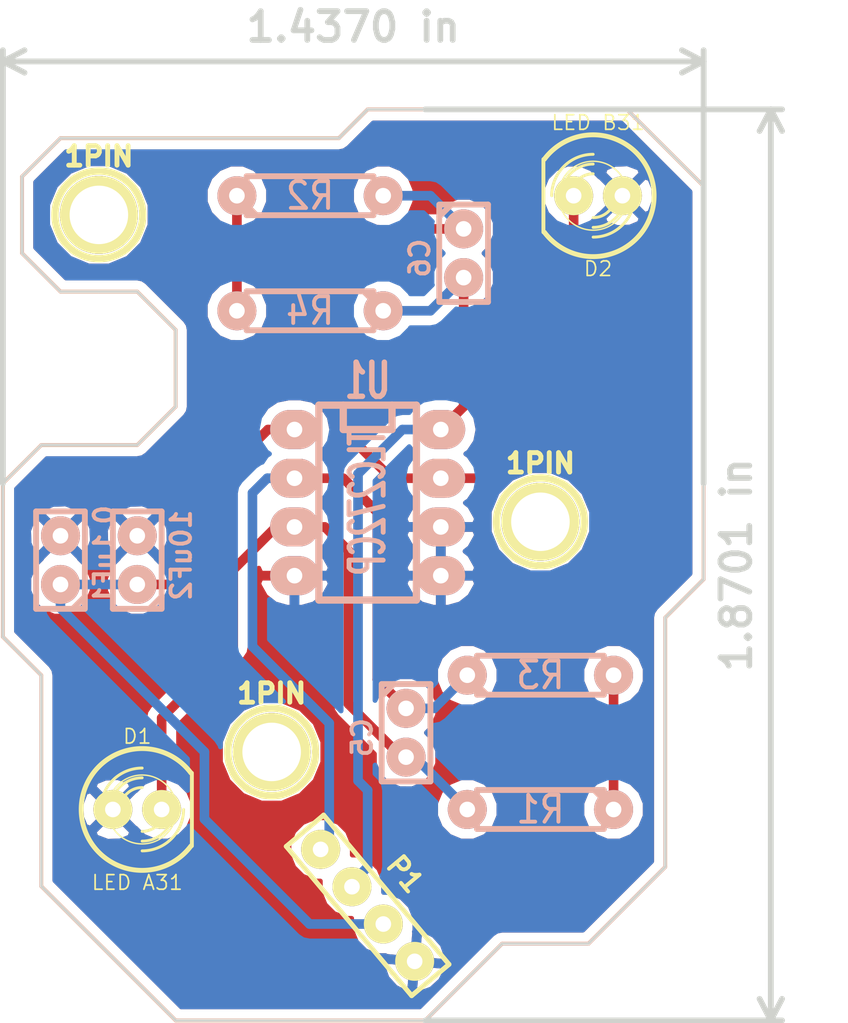
<source format=kicad_pcb>
(kicad_pcb (version 3) (host pcbnew "(2013-07-07 BZR 4022)-stable")

  (general
    (links 24)
    (no_connects 0)
    (area 20.899999 17.150001 68.428572 70.100001)
    (thickness 1.6)
    (drawings 87)
    (tracks 58)
    (zones 0)
    (modules 15)
    (nets 9)
  )

  (page USLetter)
  (layers
    (15 F.Cu signal)
    (0 B.Cu signal)
    (16 B.Adhes user)
    (17 F.Adhes user)
    (18 B.Paste user)
    (19 F.Paste user)
    (20 B.SilkS user)
    (21 F.SilkS user)
    (22 B.Mask user)
    (23 F.Mask user)
    (24 Dwgs.User user)
    (25 Cmts.User user)
    (26 Eco1.User user)
    (27 Eco2.User user)
    (28 Edge.Cuts user)
  )

  (setup
    (last_trace_width 0.5)
    (trace_clearance 0.254)
    (zone_clearance 0.508)
    (zone_45_only no)
    (trace_min 0.254)
    (segment_width 0.2)
    (edge_width 0.15)
    (via_size 0.889)
    (via_drill 0.635)
    (via_min_size 0.889)
    (via_min_drill 0.508)
    (uvia_size 0.508)
    (uvia_drill 0.127)
    (uvias_allowed no)
    (uvia_min_size 0.508)
    (uvia_min_drill 0.127)
    (pcb_text_width 0.3)
    (pcb_text_size 1.5 1.5)
    (mod_edge_width 0.15)
    (mod_text_size 1.5 1.5)
    (mod_text_width 0.15)
    (pad_size 2.032 2.54)
    (pad_drill 0.8128)
    (pad_to_mask_clearance 0.4064)
    (solder_mask_min_width 0.4064)
    (pad_to_paste_clearance 0.4064)
    (aux_axis_origin 0 0)
    (visible_elements 7FFFFFFF)
    (pcbplotparams
      (layerselection 284983297)
      (usegerberextensions true)
      (excludeedgelayer true)
      (linewidth 0.100000)
      (plotframeref false)
      (viasonmask false)
      (mode 1)
      (useauxorigin false)
      (hpglpennumber 1)
      (hpglpenspeed 20)
      (hpglpendiameter 15)
      (hpglpenoverlay 2)
      (psnegative false)
      (psa4output false)
      (plotreference true)
      (plotvalue true)
      (plotothertext true)
      (plotinvisibletext false)
      (padsonsilk false)
      (subtractmaskfromsilk false)
      (outputformat 1)
      (mirror false)
      (drillshape 0)
      (scaleselection 1)
      (outputdirectory ../../Users/Administrator/Desktop/))
  )

  (net 0 "")
  (net 1 +5V)
  (net 2 /2)
  (net 3 /6)
  (net 4 /A1)
  (net 5 /A2)
  (net 6 GND)
  (net 7 N-000003)
  (net 8 N-000004)

  (net_class Default "This is the default net class."
    (clearance 0.254)
    (trace_width 0.5)
    (via_dia 0.889)
    (via_drill 0.635)
    (uvia_dia 0.508)
    (uvia_drill 0.127)
    (add_net "")
    (add_net +5V)
    (add_net /2)
    (add_net /6)
    (add_net /A1)
    (add_net /A2)
    (add_net GND)
    (add_net N-000003)
    (add_net N-000004)
  )

  (module C1 (layer B.Cu) (tedit 531B52D8) (tstamp 52CD81AE)
    (at 24 46 90)
    (descr "Condensateur e = 1 pas")
    (tags C)
    (path /52CC7B60)
    (fp_text reference 0.1uF1 (at 0.254 2.286 90) (layer B.SilkS)
      (effects (font (size 1.016 1.016) (thickness 0.2032)) (justify mirror))
    )
    (fp_text value C1 (at 0 2.286 90) (layer B.SilkS) hide
      (effects (font (size 1.016 1.016) (thickness 0.2032)) (justify mirror))
    )
    (fp_line (start -2.4892 1.27) (end 2.54 1.27) (layer B.SilkS) (width 0.3048))
    (fp_line (start 2.54 1.27) (end 2.54 -1.27) (layer B.SilkS) (width 0.3048))
    (fp_line (start 2.54 -1.27) (end -2.54 -1.27) (layer B.SilkS) (width 0.3048))
    (fp_line (start -2.54 -1.27) (end -2.54 1.27) (layer B.SilkS) (width 0.3048))
    (fp_line (start -2.54 0.635) (end -1.905 1.27) (layer B.SilkS) (width 0.3048))
    (pad 1 thru_hole circle (at -1.27 0 90) (size 2.032 2.032) (drill 0.8128)
      (layers *.Cu *.Mask B.SilkS)
      (net 1 +5V)
      (solder_mask_margin 0.4064)
      (solder_paste_margin 0.4064)
      (clearance 0.4064)
      (zone_connect 1)
      (thermal_width 0.0508)
      (thermal_gap 0.508)
    )
    (pad 2 thru_hole circle (at 1.27 0 90) (size 2.032 2.032) (drill 0.8128)
      (layers *.Cu *.Mask B.SilkS)
      (net 6 GND)
      (solder_mask_margin 0.4064)
      (solder_paste_margin 0.4064)
      (clearance 0.4064)
      (zone_connect 1)
      (thermal_width 0.508)
      (thermal_gap 0.508)
    )
    (model discret/capa_1_pas.wrl
      (at (xyz 0 0 0))
      (scale (xyz 1 1 1))
      (rotate (xyz 0 0 0))
    )
  )

  (module C1 (layer B.Cu) (tedit 531B52F1) (tstamp 52CD81A2)
    (at 28 46 90)
    (descr "Condensateur e = 1 pas")
    (tags C)
    (path /52CC7B81)
    (fp_text reference 10uF2 (at 0.254 2.286 90) (layer B.SilkS)
      (effects (font (size 1.016 1.016) (thickness 0.2032)) (justify mirror))
    )
    (fp_text value CP1 (at 0 2.286 90) (layer B.SilkS) hide
      (effects (font (size 1.016 1.016) (thickness 0.2032)) (justify mirror))
    )
    (fp_line (start -2.4892 1.27) (end 2.54 1.27) (layer B.SilkS) (width 0.3048))
    (fp_line (start 2.54 1.27) (end 2.54 -1.27) (layer B.SilkS) (width 0.3048))
    (fp_line (start 2.54 -1.27) (end -2.54 -1.27) (layer B.SilkS) (width 0.3048))
    (fp_line (start -2.54 -1.27) (end -2.54 1.27) (layer B.SilkS) (width 0.3048))
    (fp_line (start -2.54 0.635) (end -1.905 1.27) (layer B.SilkS) (width 0.3048))
    (pad 1 thru_hole circle (at -1.27 0 90) (size 2.032 2.032) (drill 0.8128)
      (layers *.Cu *.Mask B.SilkS)
      (net 1 +5V)
      (solder_mask_margin 0.4064)
      (solder_paste_margin 0.4064)
      (clearance 0.4064)
      (zone_connect 1)
      (thermal_width 0.508)
      (thermal_gap 0.508)
    )
    (pad 2 thru_hole circle (at 1.27 0 90) (size 2.032 2.032) (drill 0.8128)
      (layers *.Cu *.Mask B.SilkS)
      (net 6 GND)
      (solder_mask_margin 0.4064)
      (solder_paste_margin 0.4064)
      (clearance 0.4064)
      (zone_connect 1)
      (thermal_width 0.508)
      (thermal_gap 0.508)
    )
    (model discret/capa_1_pas.wrl
      (at (xyz 0 0 0))
      (scale (xyz 1 1 1))
      (rotate (xyz 0 0 0))
    )
  )

  (module R3-LARGE_PADS (layer B.Cu) (tedit 531B5358) (tstamp 52CD5353)
    (at 37 27)
    (descr "Resitance 3 pas")
    (tags R)
    (path /52CC7C6E)
    (autoplace_cost180 10)
    (fp_text reference R2 (at 0 0) (layer B.SilkS)
      (effects (font (size 1.397 1.27) (thickness 0.2032)) (justify mirror))
    )
    (fp_text value R (at 0 0) (layer B.SilkS) hide
      (effects (font (size 1.397 1.27) (thickness 0.2032)) (justify mirror))
    )
    (fp_line (start -3.81 0) (end -3.302 0) (layer B.SilkS) (width 0.3048))
    (fp_line (start 3.81 0) (end 3.302 0) (layer B.SilkS) (width 0.3048))
    (fp_line (start 3.302 0) (end 3.302 1.016) (layer B.SilkS) (width 0.3048))
    (fp_line (start 3.302 1.016) (end -3.302 1.016) (layer B.SilkS) (width 0.3048))
    (fp_line (start -3.302 1.016) (end -3.302 -1.016) (layer B.SilkS) (width 0.3048))
    (fp_line (start -3.302 -1.016) (end 3.302 -1.016) (layer B.SilkS) (width 0.3048))
    (fp_line (start 3.302 -1.016) (end 3.302 0) (layer B.SilkS) (width 0.3048))
    (fp_line (start -3.302 0.508) (end -2.794 1.016) (layer B.SilkS) (width 0.3048))
    (pad 1 thru_hole circle (at -3.81 0) (size 2.032 2.032) (drill 0.8128)
      (layers *.Cu *.Mask B.SilkS)
      (net 7 N-000003)
      (solder_mask_margin 0.4064)
      (solder_paste_margin -0.4064)
      (clearance 0.4064)
      (zone_connect 1)
      (thermal_width 0.508)
      (thermal_gap 0.508)
    )
    (pad 2 thru_hole circle (at 3.81 0) (size 2.032 2.032) (drill 0.8128)
      (layers *.Cu *.Mask B.SilkS)
      (net 2 /2)
      (solder_mask_margin 0.4064)
      (solder_paste_margin -0.4064)
      (clearance 0.4064)
      (zone_connect 1)
      (thermal_width 0.508)
      (thermal_gap 0.508)
    )
    (model discret/resistor.wrl
      (at (xyz 0 0 0))
      (scale (xyz 0.3 0.3 0.3))
      (rotate (xyz 0 0 0))
    )
  )

  (module R3-LARGE_PADS (layer B.Cu) (tedit 531B5203) (tstamp 52CD802A)
    (at 49 59 180)
    (descr "Resitance 3 pas")
    (tags R)
    (path /52CC7CE5)
    (autoplace_cost180 10)
    (fp_text reference R1 (at 0 0 180) (layer B.SilkS)
      (effects (font (size 1.397 1.27) (thickness 0.2032)) (justify mirror))
    )
    (fp_text value R (at 0 0 180) (layer B.SilkS) hide
      (effects (font (size 1.397 1.27) (thickness 0.2032)) (justify mirror))
    )
    (fp_line (start -3.81 0) (end -3.302 0) (layer B.SilkS) (width 0.3048))
    (fp_line (start 3.81 0) (end 3.302 0) (layer B.SilkS) (width 0.3048))
    (fp_line (start 3.302 0) (end 3.302 1.016) (layer B.SilkS) (width 0.3048))
    (fp_line (start 3.302 1.016) (end -3.302 1.016) (layer B.SilkS) (width 0.3048))
    (fp_line (start -3.302 1.016) (end -3.302 -1.016) (layer B.SilkS) (width 0.3048))
    (fp_line (start -3.302 -1.016) (end 3.302 -1.016) (layer B.SilkS) (width 0.3048))
    (fp_line (start 3.302 -1.016) (end 3.302 0) (layer B.SilkS) (width 0.3048))
    (fp_line (start -3.302 0.508) (end -2.794 1.016) (layer B.SilkS) (width 0.3048))
    (pad 1 thru_hole circle (at -3.81 0 180) (size 2.032 2.032) (drill 0.8128)
      (layers *.Cu *.Mask B.SilkS)
      (net 8 N-000004)
      (solder_mask_margin 0.4064)
      (solder_paste_margin -0.4064)
      (clearance 0.4064)
      (zone_connect 1)
      (thermal_width 0.508)
      (thermal_gap 0.508)
    )
    (pad 2 thru_hole circle (at 3.81 0 180) (size 2.032 2.032) (drill 0.8128)
      (layers *.Cu *.Mask B.SilkS)
      (net 3 /6)
      (solder_mask_margin 0.4064)
      (solder_paste_margin -0.4064)
      (clearance 0.4064)
      (zone_connect 1)
      (thermal_width 0.508)
      (thermal_gap 0.508)
    )
    (model discret/resistor.wrl
      (at (xyz 0 0 0))
      (scale (xyz 0.3 0.3 0.3))
      (rotate (xyz 0 0 0))
    )
  )

  (module R3-LARGE_PADS (layer B.Cu) (tedit 531B51F3) (tstamp 52CD8039)
    (at 49 52)
    (descr "Resitance 3 pas")
    (tags R)
    (path /52CC863A)
    (autoplace_cost180 10)
    (fp_text reference R3 (at 0 0) (layer B.SilkS)
      (effects (font (size 1.397 1.27) (thickness 0.2032)) (justify mirror))
    )
    (fp_text value R (at 0 0) (layer B.SilkS) hide
      (effects (font (size 1.397 1.27) (thickness 0.2032)) (justify mirror))
    )
    (fp_line (start -3.81 0) (end -3.302 0) (layer B.SilkS) (width 0.3048))
    (fp_line (start 3.81 0) (end 3.302 0) (layer B.SilkS) (width 0.3048))
    (fp_line (start 3.302 0) (end 3.302 1.016) (layer B.SilkS) (width 0.3048))
    (fp_line (start 3.302 1.016) (end -3.302 1.016) (layer B.SilkS) (width 0.3048))
    (fp_line (start -3.302 1.016) (end -3.302 -1.016) (layer B.SilkS) (width 0.3048))
    (fp_line (start -3.302 -1.016) (end 3.302 -1.016) (layer B.SilkS) (width 0.3048))
    (fp_line (start 3.302 -1.016) (end 3.302 0) (layer B.SilkS) (width 0.3048))
    (fp_line (start -3.302 0.508) (end -2.794 1.016) (layer B.SilkS) (width 0.3048))
    (pad 1 thru_hole circle (at -3.81 0) (size 2.032 2.032) (drill 0.8128)
      (layers *.Cu *.Mask B.SilkS)
      (net 5 /A2)
      (solder_mask_margin 0.4064)
      (solder_paste_margin -0.4064)
      (clearance 0.4064)
      (zone_connect 1)
      (thermal_width 0.508)
      (thermal_gap 0.508)
    )
    (pad 2 thru_hole circle (at 3.81 0) (size 2.032 2.032) (drill 0.8128)
      (layers *.Cu *.Mask B.SilkS)
      (net 8 N-000004)
      (solder_mask_margin 0.4064)
      (solder_paste_margin -0.4064)
      (clearance 0.4064)
    )
    (model discret/resistor.wrl
      (at (xyz 0 0 0))
      (scale (xyz 0.3 0.3 0.3))
      (rotate (xyz 0 0 0))
    )
  )

  (module R3-LARGE_PADS (layer B.Cu) (tedit 531B5379) (tstamp 52CD537D)
    (at 37 33 180)
    (descr "Resitance 3 pas")
    (tags R)
    (path /52CC8665)
    (autoplace_cost180 10)
    (fp_text reference R4 (at 0 0 180) (layer B.SilkS)
      (effects (font (size 1.397 1.27) (thickness 0.2032)) (justify mirror))
    )
    (fp_text value R (at 0 0 180) (layer B.SilkS) hide
      (effects (font (size 1.397 1.27) (thickness 0.2032)) (justify mirror))
    )
    (fp_line (start -3.81 0) (end -3.302 0) (layer B.SilkS) (width 0.3048))
    (fp_line (start 3.81 0) (end 3.302 0) (layer B.SilkS) (width 0.3048))
    (fp_line (start 3.302 0) (end 3.302 1.016) (layer B.SilkS) (width 0.3048))
    (fp_line (start 3.302 1.016) (end -3.302 1.016) (layer B.SilkS) (width 0.3048))
    (fp_line (start -3.302 1.016) (end -3.302 -1.016) (layer B.SilkS) (width 0.3048))
    (fp_line (start -3.302 -1.016) (end 3.302 -1.016) (layer B.SilkS) (width 0.3048))
    (fp_line (start 3.302 -1.016) (end 3.302 0) (layer B.SilkS) (width 0.3048))
    (fp_line (start -3.302 0.508) (end -2.794 1.016) (layer B.SilkS) (width 0.3048))
    (pad 1 thru_hole circle (at -3.81 0 180) (size 2.032 2.032) (drill 0.8128)
      (layers *.Cu *.Mask B.SilkS)
      (net 4 /A1)
      (solder_mask_margin 0.4064)
      (solder_paste_margin -0.4064)
      (clearance 0.4064)
      (zone_connect 1)
      (thermal_width 0.508)
      (thermal_gap 0.508)
    )
    (pad 2 thru_hole circle (at 3.81 0 180) (size 2.032 2.032) (drill 0.8128)
      (layers *.Cu *.Mask B.SilkS)
      (net 7 N-000003)
      (solder_mask_margin 0.4064)
      (solder_paste_margin -0.4064)
      (clearance 0.4064)
      (zone_connect 1)
      (thermal_width 0.508)
      (thermal_gap 0.508)
    )
    (model discret/resistor.wrl
      (at (xyz 0 0 0))
      (scale (xyz 0.3 0.3 0.3))
      (rotate (xyz 0 0 0))
    )
  )

  (module PIN_ARRAY_4x1 (layer F.Cu) (tedit 531B527F) (tstamp 52E049DC)
    (at 40 64 310)
    (descr "Double rangee de contacts 2 x 5 pins")
    (tags CONN)
    (path /52CC818D)
    (fp_text reference P1 (at 0 -2.54 310) (layer F.SilkS)
      (effects (font (size 1.016 1.016) (thickness 0.2032)))
    )
    (fp_text value CONN_4 (at 0 2.54 310) (layer F.SilkS) hide
      (effects (font (size 1.016 1.016) (thickness 0.2032)))
    )
    (fp_line (start 5.08 1.27) (end -5.08 1.27) (layer F.SilkS) (width 0.254))
    (fp_line (start 5.08 -1.27) (end -5.08 -1.27) (layer F.SilkS) (width 0.254))
    (fp_line (start -5.08 -1.27) (end -5.08 1.27) (layer F.SilkS) (width 0.254))
    (fp_line (start 5.08 1.27) (end 5.08 -1.27) (layer F.SilkS) (width 0.254))
    (pad 1 thru_hole circle (at -3.81 0 310) (size 2.032 2.032) (drill 0.8128)
      (layers *.Cu *.Mask F.SilkS)
      (net 5 /A2)
      (solder_mask_margin 0.4064)
      (solder_paste_margin -0.4064)
      (clearance 0.4064)
      (zone_connect 1)
      (thermal_width 0.508)
      (thermal_gap 0.508)
    )
    (pad 2 thru_hole circle (at -1.269999 0 310) (size 2.032 2.032) (drill 0.8128)
      (layers *.Cu *.Mask F.SilkS)
      (net 4 /A1)
      (solder_mask_margin 0.4064)
      (solder_paste_margin -0.4064)
      (clearance 0.4064)
      (zone_connect 1)
      (thermal_width 0.508)
      (thermal_gap 0.508)
    )
    (pad 3 thru_hole circle (at 1.269999 0 310) (size 2.032 2.032) (drill 0.8128)
      (layers *.Cu *.Mask F.SilkS)
      (net 1 +5V)
      (solder_mask_margin 0.4064)
      (solder_paste_margin -0.4064)
      (clearance 0.4064)
      (zone_connect 1)
      (thermal_width 0.508)
      (thermal_gap 0.508)
    )
    (pad 4 thru_hole circle (at 3.81 0 310) (size 2.032 2.032) (drill 0.8128)
      (layers *.Cu *.Mask F.SilkS)
      (net 6 GND)
      (solder_mask_margin 0.4064)
      (solder_paste_margin -0.4064)
      (clearance 0.4064)
      (zone_connect 1)
      (thermal_width 0.508)
      (thermal_gap 0.508)
    )
    (model pin_array\pins_array_4x1.wrl
      (at (xyz 0 0 0))
      (scale (xyz 1 1 1))
      (rotate (xyz 0 0 0))
    )
  )

  (module LED-5MM (layer F.Cu) (tedit 531B529E) (tstamp 52CD5398)
    (at 28 59)
    (descr "LED 5mm - Lead pitch 100mil (2,54mm)")
    (tags "LED led 5mm 5MM 100mil 2,54mm")
    (path /52CC7B96)
    (fp_text reference D1 (at 0 -3.81) (layer F.SilkS)
      (effects (font (size 0.762 0.762) (thickness 0.0889)))
    )
    (fp_text value "LED A31" (at 0 3.81) (layer F.SilkS)
      (effects (font (size 0.762 0.762) (thickness 0.0889)))
    )
    (fp_line (start 2.8448 1.905) (end 2.8448 -1.905) (layer F.SilkS) (width 0.2032))
    (fp_circle (center 0.254 0) (end -1.016 1.27) (layer F.SilkS) (width 0.0762))
    (fp_arc (start 0.254 0) (end 2.794 1.905) (angle 286.2) (layer F.SilkS) (width 0.254))
    (fp_arc (start 0.254 0) (end -0.889 0) (angle 90) (layer F.SilkS) (width 0.1524))
    (fp_arc (start 0.254 0) (end 1.397 0) (angle 90) (layer F.SilkS) (width 0.1524))
    (fp_arc (start 0.254 0) (end -1.397 0) (angle 90) (layer F.SilkS) (width 0.1524))
    (fp_arc (start 0.254 0) (end 1.905 0) (angle 90) (layer F.SilkS) (width 0.1524))
    (fp_arc (start 0.254 0) (end -1.905 0) (angle 90) (layer F.SilkS) (width 0.1524))
    (fp_arc (start 0.254 0) (end 2.413 0) (angle 90) (layer F.SilkS) (width 0.1524))
    (pad 1 thru_hole circle (at -1.27 0) (size 2.032 2.032) (drill 0.8128)
      (layers *.Cu *.Mask F.SilkS)
      (net 6 GND)
      (solder_mask_margin 0.4064)
      (solder_paste_margin -0.4064)
      (clearance 0.4064)
      (zone_connect 1)
      (thermal_width 0.508)
      (thermal_gap 0.508)
    )
    (pad 2 thru_hole circle (at 1.27 0) (size 2.032 2.032) (drill 0.8128)
      (layers *.Cu *.Mask F.SilkS)
      (net 3 /6)
      (solder_mask_margin 0.4064)
      (solder_paste_margin -0.4064)
      (clearance 0.4064)
      (zone_connect 1)
      (thermal_width 0.508)
      (thermal_gap 0.508)
    )
    (model discret/leds/led5_vertical_verde.wrl
      (at (xyz 0 0 0))
      (scale (xyz 1 1 1))
      (rotate (xyz 0 0 0))
    )
  )

  (module LED-5MM (layer F.Cu) (tedit 531B531C) (tstamp 52CD53A7)
    (at 52 27 180)
    (descr "LED 5mm - Lead pitch 100mil (2,54mm)")
    (tags "LED led 5mm 5MM 100mil 2,54mm")
    (path /52CC7BA3)
    (fp_text reference D2 (at 0 -3.81 180) (layer F.SilkS)
      (effects (font (size 0.762 0.762) (thickness 0.0889)))
    )
    (fp_text value "LED B31" (at 0 3.81 180) (layer F.SilkS)
      (effects (font (size 0.762 0.762) (thickness 0.0889)))
    )
    (fp_line (start 2.8448 1.905) (end 2.8448 -1.905) (layer F.SilkS) (width 0.2032))
    (fp_circle (center 0.254 0) (end -1.016 1.27) (layer F.SilkS) (width 0.0762))
    (fp_arc (start 0.254 0) (end 2.794 1.905) (angle 286.2) (layer F.SilkS) (width 0.254))
    (fp_arc (start 0.254 0) (end -0.889 0) (angle 90) (layer F.SilkS) (width 0.1524))
    (fp_arc (start 0.254 0) (end 1.397 0) (angle 90) (layer F.SilkS) (width 0.1524))
    (fp_arc (start 0.254 0) (end -1.397 0) (angle 90) (layer F.SilkS) (width 0.1524))
    (fp_arc (start 0.254 0) (end 1.905 0) (angle 90) (layer F.SilkS) (width 0.1524))
    (fp_arc (start 0.254 0) (end -1.905 0) (angle 90) (layer F.SilkS) (width 0.1524))
    (fp_arc (start 0.254 0) (end 2.413 0) (angle 90) (layer F.SilkS) (width 0.1524))
    (pad 1 thru_hole circle (at -1.27 0 180) (size 2.032 2.032) (drill 0.8128)
      (layers *.Cu *.Mask F.SilkS)
      (net 6 GND)
      (solder_mask_margin 0.4064)
      (solder_paste_margin -0.4064)
      (clearance 0.4064)
      (zone_connect 1)
      (thermal_width 0.508)
      (thermal_gap 0.508)
    )
    (pad 2 thru_hole circle (at 1.27 0 180) (size 2.032 2.032) (drill 0.8128)
      (layers *.Cu *.Mask F.SilkS)
      (net 2 /2)
      (solder_mask_margin 0.4064)
      (solder_paste_margin -0.4064)
      (clearance 0.4064)
      (zone_connect 1)
      (thermal_width 0.508)
      (thermal_gap 0.508)
    )
    (model discret/leds/led5_vertical_verde.wrl
      (at (xyz 0 0 0))
      (scale (xyz 1 1 1))
      (rotate (xyz 0 0 0))
    )
  )

  (module DIP-8__300_ELL (layer B.Cu) (tedit 531B5462) (tstamp 52CD53BA)
    (at 40 43 270)
    (descr "8 pins DIL package, elliptical pads")
    (tags DIL)
    (path /52CC7B30)
    (fp_text reference U1 (at -6.35 0 540) (layer B.SilkS)
      (effects (font (size 1.778 1.143) (thickness 0.3048)) (justify mirror))
    )
    (fp_text value TLC272CP (at 0 0 270) (layer B.SilkS)
      (effects (font (size 1.778 1.016) (thickness 0.3048)) (justify mirror))
    )
    (fp_line (start -5.08 1.27) (end -3.81 1.27) (layer B.SilkS) (width 0.381))
    (fp_line (start -3.81 1.27) (end -3.81 -1.27) (layer B.SilkS) (width 0.381))
    (fp_line (start -3.81 -1.27) (end -5.08 -1.27) (layer B.SilkS) (width 0.381))
    (fp_line (start -5.08 2.54) (end 5.08 2.54) (layer B.SilkS) (width 0.381))
    (fp_line (start 5.08 2.54) (end 5.08 -2.54) (layer B.SilkS) (width 0.381))
    (fp_line (start 5.08 -2.54) (end -5.08 -2.54) (layer B.SilkS) (width 0.381))
    (fp_line (start -5.08 -2.54) (end -5.08 2.54) (layer B.SilkS) (width 0.381))
    (pad 1 thru_hole oval (at -3.81 -3.81 270) (size 2.032 2.54) (drill 0.8128)
      (layers *.Cu *.Mask B.SilkS)
      (net 4 /A1)
      (solder_mask_margin 0.4064)
      (solder_paste_margin -0.4064)
      (clearance 0.4064)
      (thermal_width 0.508)
      (thermal_gap 0.508)
    )
    (pad 2 thru_hole oval (at -1.27 -3.81 270) (size 2.032 2.54) (drill 0.8128)
      (layers *.Cu *.Mask B.SilkS)
      (net 2 /2)
      (solder_mask_margin 0.4064)
      (solder_paste_margin -0.4064)
      (clearance 0.4064)
      (zone_connect 1)
      (thermal_width 0.508)
      (thermal_gap 0.508)
    )
    (pad 3 thru_hole oval (at 1.27 -3.81 270) (size 2.032 2.54) (drill 0.8128)
      (layers *.Cu *.Mask B.SilkS)
      (net 6 GND)
      (solder_mask_margin 0.4064)
      (solder_paste_margin -0.4064)
      (clearance 0.4064)
      (zone_connect 1)
      (thermal_width 0.508)
      (thermal_gap 0.508)
    )
    (pad 4 thru_hole oval (at 3.81 -3.81 270) (size 2.032 2.54) (drill 0.8128)
      (layers *.Cu *.Mask B.SilkS)
      (net 6 GND)
      (solder_mask_margin 0.4064)
      (solder_paste_margin -0.4064)
      (clearance 0.4064)
      (zone_connect 1)
      (thermal_width 0.508)
      (thermal_gap 0.508)
    )
    (pad 5 thru_hole oval (at 3.81 3.81 270) (size 2.032 2.54) (drill 0.8128)
      (layers *.Cu *.Mask B.SilkS)
      (net 6 GND)
      (solder_mask_margin 0.4064)
      (solder_paste_margin -0.4064)
      (clearance 0.4064)
      (zone_connect 1)
      (thermal_width 0.508)
      (thermal_gap 0.508)
    )
    (pad 6 thru_hole oval (at 1.27 3.81 270) (size 2.032 2.54) (drill 0.8128)
      (layers *.Cu *.Mask B.SilkS)
      (net 3 /6)
      (solder_mask_margin 0.4064)
      (solder_paste_margin -0.4064)
      (clearance 0.4064)
      (zone_connect 1)
      (thermal_width 0.508)
      (thermal_gap 0.508)
    )
    (pad 7 thru_hole oval (at -1.27 3.81 270) (size 2.032 2.54) (drill 0.8128)
      (layers *.Cu *.Mask B.SilkS)
      (net 5 /A2)
      (solder_mask_margin 0.4064)
      (solder_paste_margin -0.4064)
      (clearance 0.4064)
      (zone_connect 1)
      (thermal_width 0.508)
      (thermal_gap 0.508)
    )
    (pad 8 thru_hole oval (at -3.81 3.81 270) (size 2.032 2.54) (drill 0.8128)
      (layers *.Cu *.Mask B.SilkS)
      (net 1 +5V)
      (solder_mask_margin 0.4064)
      (solder_paste_margin -0.4064)
      (clearance 0.4064)
      (zone_connect 1)
      (thermal_width 0.508)
      (thermal_gap 0.508)
    )
    (model dil/dil_8.wrl
      (at (xyz 0 0 0))
      (scale (xyz 1 1 1))
      (rotate (xyz 0 0 0))
    )
  )

  (module C1 (layer B.Cu) (tedit 531B539E) (tstamp 52CD53DB)
    (at 45 30 270)
    (descr "Condensateur e = 1 pas")
    (tags C)
    (path /52CC7B73)
    (fp_text reference C6 (at 0.254 2.286 270) (layer B.SilkS)
      (effects (font (size 1.016 1.016) (thickness 0.2032)) (justify mirror))
    )
    (fp_text value 0.1uF (at 0 2.286 270) (layer B.SilkS) hide
      (effects (font (size 1.016 1.016) (thickness 0.2032)) (justify mirror))
    )
    (fp_line (start -2.4892 1.27) (end 2.54 1.27) (layer B.SilkS) (width 0.3048))
    (fp_line (start 2.54 1.27) (end 2.54 -1.27) (layer B.SilkS) (width 0.3048))
    (fp_line (start 2.54 -1.27) (end -2.54 -1.27) (layer B.SilkS) (width 0.3048))
    (fp_line (start -2.54 -1.27) (end -2.54 1.27) (layer B.SilkS) (width 0.3048))
    (fp_line (start -2.54 0.635) (end -1.905 1.27) (layer B.SilkS) (width 0.3048))
    (pad 1 thru_hole circle (at -1.27 0 270) (size 2.032 2.032) (drill 0.8128)
      (layers *.Cu *.Mask B.SilkS)
      (net 2 /2)
      (solder_mask_margin 0.4064)
      (solder_paste_margin 0.4064)
      (clearance 0.4064)
      (zone_connect 1)
      (thermal_width 0.508)
      (thermal_gap 0.508)
    )
    (pad 2 thru_hole circle (at 1.27 0 270) (size 2.032 2.032) (drill 0.8128)
      (layers *.Cu *.Mask B.SilkS)
      (net 4 /A1)
      (solder_mask_margin 0.4064)
      (solder_paste_margin 0.4064)
      (clearance 0.4064)
      (zone_connect 1)
      (thermal_width 0.508)
      (thermal_gap 0.508)
    )
    (model discret/capa_1_pas.wrl
      (at (xyz 0 0 0))
      (scale (xyz 1 1 1))
      (rotate (xyz 0 0 0))
    )
  )

  (module C1 (layer B.Cu) (tedit 531B5230) (tstamp 52CD801B)
    (at 42 55 270)
    (descr "Condensateur e = 1 pas")
    (tags C)
    (path /52CC7B79)
    (fp_text reference C5 (at 0.254 2.286 270) (layer B.SilkS)
      (effects (font (size 1.016 1.016) (thickness 0.2032)) (justify mirror))
    )
    (fp_text value 0.1uF (at 0 2.286 270) (layer B.SilkS) hide
      (effects (font (size 1.016 1.016) (thickness 0.2032)) (justify mirror))
    )
    (fp_line (start -2.4892 1.27) (end 2.54 1.27) (layer B.SilkS) (width 0.3048))
    (fp_line (start 2.54 1.27) (end 2.54 -1.27) (layer B.SilkS) (width 0.3048))
    (fp_line (start 2.54 -1.27) (end -2.54 -1.27) (layer B.SilkS) (width 0.3048))
    (fp_line (start -2.54 -1.27) (end -2.54 1.27) (layer B.SilkS) (width 0.3048))
    (fp_line (start -2.54 0.635) (end -1.905 1.27) (layer B.SilkS) (width 0.3048))
    (pad 1 thru_hole circle (at -1.27 0 270) (size 2.032 2.032) (drill 0.8128)
      (layers *.Cu *.Mask B.SilkS)
      (net 5 /A2)
      (solder_mask_margin 0.4064)
      (solder_paste_margin 0.4064)
      (clearance 0.4064)
      (zone_connect 1)
      (thermal_width 0.508)
      (thermal_gap 0.508)
    )
    (pad 2 thru_hole circle (at 1.27 0 270) (size 2.032 2.032) (drill 0.8128)
      (layers *.Cu *.Mask B.SilkS)
      (net 3 /6)
      (solder_mask_margin 0.4064)
      (solder_paste_margin 0.4064)
      (clearance 0.4064)
    )
    (model discret/capa_1_pas.wrl
      (at (xyz 0 0 0))
      (scale (xyz 1 1 1))
      (rotate (xyz 0 0 0))
    )
  )

  (module 1pin (layer F.Cu) (tedit 200000) (tstamp 52CF14D1)
    (at 26 28)
    (descr "module 1 pin (ou trou mecanique de percage)")
    (tags DEV)
    (path 1pin)
    (fp_text reference 1PIN (at 0 -3.048) (layer F.SilkS)
      (effects (font (size 1.016 1.016) (thickness 0.254)))
    )
    (fp_text value P*** (at 0 2.794) (layer F.SilkS) hide
      (effects (font (size 1.016 1.016) (thickness 0.254)))
    )
    (fp_circle (center 0 0) (end 0 -2.286) (layer F.SilkS) (width 0.381))
    (pad 1 thru_hole circle (at 0 0) (size 4.064 4.064) (drill 3.048)
      (layers *.Cu *.Mask F.SilkS)
    )
  )

  (module 1pin (layer F.Cu) (tedit 200000) (tstamp 52CF14ED)
    (at 35 56)
    (descr "module 1 pin (ou trou mecanique de percage)")
    (tags DEV)
    (path 1pin)
    (fp_text reference 1PIN (at 0 -3.048) (layer F.SilkS)
      (effects (font (size 1.016 1.016) (thickness 0.254)))
    )
    (fp_text value P*** (at 0 2.794) (layer F.SilkS) hide
      (effects (font (size 1.016 1.016) (thickness 0.254)))
    )
    (fp_circle (center 0 0) (end 0 -2.286) (layer F.SilkS) (width 0.381))
    (pad 1 thru_hole circle (at 0 0) (size 4.064 4.064) (drill 3.048)
      (layers *.Cu *.Mask F.SilkS)
    )
  )

  (module 1pin (layer F.Cu) (tedit 200000) (tstamp 52CF152F)
    (at 49 44)
    (descr "module 1 pin (ou trou mecanique de percage)")
    (tags DEV)
    (path 1pin)
    (fp_text reference 1PIN (at 0 -3.048) (layer F.SilkS)
      (effects (font (size 1.016 1.016) (thickness 0.254)))
    )
    (fp_text value P*** (at 0 2.794) (layer F.SilkS) hide
      (effects (font (size 1.016 1.016) (thickness 0.254)))
    )
    (fp_circle (center 0 0) (end 0 -2.286) (layer F.SilkS) (width 0.381))
    (pad 1 thru_hole circle (at 0 0) (size 4.064 4.064) (drill 3.048)
      (layers *.Cu *.Mask F.SilkS)
    )
  )

  (gr_line (start 51.5 66) (end 55.5 62) (angle 90) (layer B.SilkS) (width 0.2))
  (gr_line (start 47 66) (end 51.5 66) (angle 90) (layer B.SilkS) (width 0.2))
  (gr_line (start 43 70) (end 47 66) (angle 90) (layer B.SilkS) (width 0.2))
  (gr_line (start 30 70) (end 43 70) (angle 90) (layer B.SilkS) (width 0.2))
  (gr_line (start 23 63) (end 30 70) (angle 90) (layer B.SilkS) (width 0.2))
  (gr_line (start 23 52) (end 23 63) (angle 90) (layer B.SilkS) (width 0.2))
  (gr_line (start 21 50) (end 23 52) (angle 90) (layer B.SilkS) (width 0.2))
  (gr_line (start 21 42) (end 21 50) (angle 90) (layer B.SilkS) (width 0.2))
  (gr_line (start 23 40) (end 21 42) (angle 90) (layer B.SilkS) (width 0.2))
  (gr_line (start 28 40) (end 23 40) (angle 90) (layer B.SilkS) (width 0.2))
  (gr_line (start 30 38) (end 28 40) (angle 90) (layer B.SilkS) (width 0.2))
  (gr_line (start 30 34) (end 30 38) (angle 90) (layer B.SilkS) (width 0.2))
  (gr_line (start 28 32) (end 30 34) (angle 90) (layer B.SilkS) (width 0.2))
  (gr_line (start 24 32) (end 28 32) (angle 90) (layer B.SilkS) (width 0.2))
  (gr_line (start 22 30) (end 24 32) (angle 90) (layer B.SilkS) (width 0.2))
  (gr_line (start 22 26) (end 22 30) (angle 90) (layer B.SilkS) (width 0.2))
  (gr_line (start 24 24) (end 22 26) (angle 90) (layer B.SilkS) (width 0.2))
  (gr_line (start 38.5 24) (end 24 24) (angle 90) (layer B.SilkS) (width 0.2))
  (gr_line (start 40 22.5) (end 38.5 24) (angle 90) (layer B.SilkS) (width 0.2))
  (gr_line (start 53.5 22.5) (end 40 22.5) (angle 90) (layer B.SilkS) (width 0.2))
  (gr_line (start 57.5 26.5) (end 53.5 22.5) (angle 90) (layer B.SilkS) (width 0.2))
  (gr_line (start 57.5 47) (end 57.5 26.5) (angle 90) (layer B.SilkS) (width 0.2))
  (gr_line (start 55.5 49) (end 57.5 47) (angle 90) (layer B.SilkS) (width 0.2))
  (gr_line (start 55.5 62) (end 55.5 49) (angle 90) (layer B.SilkS) (width 0.2))
  (gr_line (start 51.5 66) (end 55.5 62) (angle 90) (layer B.SilkS) (width 0.2))
  (gr_line (start 47 66) (end 51.5 66) (angle 90) (layer B.SilkS) (width 0.2))
  (gr_line (start 43 70) (end 47 66) (angle 90) (layer B.SilkS) (width 0.2))
  (gr_line (start 47 66) (end 43 70) (angle 90) (layer F.SilkS) (width 0.2))
  (gr_line (start 51.5 66) (end 47 66) (angle 90) (layer F.SilkS) (width 0.2))
  (gr_line (start 55.5 62) (end 51.5 66) (angle 90) (layer F.SilkS) (width 0.2))
  (gr_line (start 55.5 49) (end 55.5 62) (angle 90) (layer F.SilkS) (width 0.2))
  (gr_line (start 57.5 47) (end 55.5 49) (angle 90) (layer F.SilkS) (width 0.2))
  (gr_line (start 57.5 26.5) (end 57.5 47) (angle 90) (layer F.SilkS) (width 0.2))
  (gr_line (start 53.5 22.5) (end 57.5 26.5) (angle 90) (layer F.SilkS) (width 0.2))
  (gr_line (start 40 22.5) (end 53.5 22.5) (angle 90) (layer F.SilkS) (width 0.2))
  (gr_line (start 38.5 24) (end 40 22.5) (angle 90) (layer F.SilkS) (width 0.2))
  (gr_line (start 24 24) (end 38.5 24) (angle 90) (layer F.SilkS) (width 0.2))
  (gr_line (start 22 26) (end 24 24) (angle 90) (layer F.SilkS) (width 0.2))
  (gr_line (start 22 30) (end 22 26) (angle 90) (layer F.SilkS) (width 0.2))
  (gr_line (start 24 32) (end 22 30) (angle 90) (layer F.SilkS) (width 0.2))
  (gr_line (start 28 32) (end 24 32) (angle 90) (layer F.SilkS) (width 0.2))
  (gr_line (start 30 34) (end 28 32) (angle 90) (layer F.SilkS) (width 0.2))
  (gr_line (start 30 38) (end 30 34) (angle 90) (layer F.SilkS) (width 0.2))
  (gr_line (start 28 40) (end 30 38) (angle 90) (layer F.SilkS) (width 0.2))
  (gr_line (start 23 40) (end 28 40) (angle 90) (layer F.SilkS) (width 0.2))
  (gr_line (start 21 42) (end 23 40) (angle 90) (layer F.SilkS) (width 0.2))
  (gr_line (start 21 50) (end 21 42) (angle 90) (layer F.SilkS) (width 0.2))
  (gr_line (start 21.5 50.5) (end 21 50) (angle 90) (layer F.SilkS) (width 0.2))
  (gr_line (start 23 52) (end 21.5 50.5) (angle 90) (layer F.SilkS) (width 0.2))
  (gr_line (start 23 63) (end 23 52) (angle 90) (layer F.SilkS) (width 0.2))
  (gr_line (start 30 70) (end 23 63) (angle 90) (layer F.SilkS) (width 0.2))
  (gr_line (start 43 70) (end 30 70) (angle 90) (layer F.SilkS) (width 0.2))
  (dimension 36.5 (width 0.3) (layer Edge.Cuts)
    (gr_text 36,500mm (at 39.25 18.650001) (layer Edge.Cuts)
      (effects (font (size 1.5 1.5) (thickness 0.3)))
    )
    (feature1 (pts (xy 57.5 42) (xy 57.5 17.300001)))
    (feature2 (pts (xy 21 42) (xy 21 17.300001)))
    (crossbar (pts (xy 21 20.000001) (xy 57.5 20.000001)))
    (arrow1a (pts (xy 57.5 20.000001) (xy 56.373497 20.586421)))
    (arrow1b (pts (xy 57.5 20.000001) (xy 56.373497 19.413581)))
    (arrow2a (pts (xy 21 20.000001) (xy 22.126503 20.586421)))
    (arrow2b (pts (xy 21 20.000001) (xy 22.126503 19.413581)))
  )
  (gr_line (start 55.5 62) (end 55.5 49) (angle 90) (layer Edge.Cuts) (width 0.15))
  (gr_line (start 51.5 66) (end 55.5 62) (angle 90) (layer Edge.Cuts) (width 0.15))
  (gr_line (start 47 66) (end 51.5 66) (angle 90) (layer Edge.Cuts) (width 0.15))
  (gr_line (start 43 70) (end 47 66) (angle 90) (layer Edge.Cuts) (width 0.15))
  (gr_line (start 57.5 26.5) (end 56.5 25.5) (angle 90) (layer Edge.Cuts) (width 0.15))
  (gr_line (start 57.5 47) (end 57.5 26.5) (angle 90) (layer Edge.Cuts) (width 0.15))
  (gr_line (start 55.5 49) (end 57.5 47) (angle 90) (layer Edge.Cuts) (width 0.15))
  (gr_line (start 55.5 62) (end 55.5 49) (angle 90) (layer Edge.Cuts) (width 0.15))
  (gr_line (start 54.5 63) (end 55.5 62) (angle 90) (layer Edge.Cuts) (width 0.15))
  (dimension 47.5 (width 0.3) (layer Edge.Cuts)
    (gr_text 47,500mm (at 62.35 46.25 90) (layer Edge.Cuts)
      (effects (font (size 1.5 1.5) (thickness 0.3)))
    )
    (feature1 (pts (xy 43 22.5) (xy 63.7 22.5)))
    (feature2 (pts (xy 43 70) (xy 63.7 70)))
    (crossbar (pts (xy 61 70) (xy 61 22.5)))
    (arrow1a (pts (xy 61 22.5) (xy 61.58642 23.626503)))
    (arrow1b (pts (xy 61 22.5) (xy 60.41358 23.626503)))
    (arrow2a (pts (xy 61 70) (xy 61.58642 68.873497)))
    (arrow2b (pts (xy 61 70) (xy 60.41358 68.873497)))
  )
  (gr_line (start 23 63) (end 23 52) (angle 90) (layer Edge.Cuts) (width 0.15))
  (gr_line (start 40 70) (end 30 70) (angle 90) (layer Edge.Cuts) (width 0.15))
  (gr_line (start 23 63) (end 30 70) (angle 90) (layer Edge.Cuts) (width 0.15))
  (gr_line (start 21 42) (end 23 40) (angle 90) (layer Edge.Cuts) (width 0.15))
  (gr_line (start 21 50) (end 23 52) (angle 90) (layer Edge.Cuts) (width 0.15))
  (gr_line (start 21 42) (end 21 50) (angle 90) (layer Edge.Cuts) (width 0.15))
  (gr_line (start 22 26) (end 22 30) (angle 90) (layer Edge.Cuts) (width 0.15))
  (gr_line (start 30 38) (end 30 34) (angle 90) (layer Edge.Cuts) (width 0.15))
  (gr_line (start 28 40) (end 30 38) (angle 90) (layer Edge.Cuts) (width 0.15))
  (gr_line (start 27 40) (end 28 40) (angle 90) (layer Edge.Cuts) (width 0.15))
  (gr_line (start 28 32) (end 30 34) (angle 90) (layer Edge.Cuts) (width 0.15))
  (gr_line (start 26 32) (end 28 32) (angle 90) (layer Edge.Cuts) (width 0.15))
  (gr_line (start 24 32) (end 22 30) (angle 90) (layer Edge.Cuts) (width 0.15))
  (gr_line (start 26 32) (end 24 32) (angle 90) (layer Edge.Cuts) (width 0.15))
  (gr_line (start 53.5 22.5) (end 56.5 25.5) (angle 90) (layer Edge.Cuts) (width 0.15))
  (gr_line (start 40 22.5) (end 53.5 22.5) (angle 90) (layer Edge.Cuts) (width 0.15))
  (gr_line (start 38.5 24) (end 40 22.5) (angle 90) (layer Edge.Cuts) (width 0.15))
  (gr_line (start 24 24) (end 38.5 24) (angle 90) (layer Edge.Cuts) (width 0.15))
  (gr_line (start 22 26) (end 24 24) (angle 90) (layer Edge.Cuts) (width 0.15))
  (gr_line (start 43 70) (end 40 70) (angle 90) (layer Edge.Cuts) (width 0.15))
  (gr_line (start 47 66) (end 43 70) (angle 90) (layer Edge.Cuts) (width 0.15))
  (gr_line (start 51.5 66) (end 47 66) (angle 90) (layer Edge.Cuts) (width 0.15))
  (gr_line (start 54.5 63) (end 51.5 66) (angle 90) (layer Edge.Cuts) (width 0.15))
  (gr_line (start 23 40) (end 27 40) (angle 90) (layer Edge.Cuts) (width 0.15))

  (segment (start 40.81634 64.972876) (end 36.972876 64.972876) (width 0.5) (layer B.Cu) (net 1))
  (segment (start 24 48.5) (end 24 47.27) (width 0.5) (layer B.Cu) (net 1) (tstamp 530E3CD8))
  (segment (start 31.5 56) (end 24 48.5) (width 0.5) (layer B.Cu) (net 1) (tstamp 530E3CD4))
  (segment (start 31.5 59.5) (end 31.5 56) (width 0.5) (layer B.Cu) (net 1) (tstamp 530E3CD0))
  (segment (start 36.972876 64.972876) (end 31.5 59.5) (width 0.5) (layer B.Cu) (net 1) (tstamp 530E3CCF))
  (segment (start 36.19 39.19) (end 34.81 39.19) (width 0.5) (layer F.Cu) (net 1))
  (segment (start 30.73 47.27) (end 28 47.27) (width 0.5) (layer F.Cu) (net 1) (tstamp 530E3C73))
  (segment (start 32.5 45.5) (end 30.73 47.27) (width 0.5) (layer F.Cu) (net 1) (tstamp 530E3C71))
  (segment (start 32.5 41.5) (end 32.5 45.5) (width 0.5) (layer F.Cu) (net 1) (tstamp 530E3C6E))
  (segment (start 34.81 39.19) (end 32.5 41.5) (width 0.5) (layer F.Cu) (net 1) (tstamp 530E3C67))
  (segment (start 28 47.27) (end 24 47.27) (width 0.5) (layer B.Cu) (net 1))
  (segment (start 45 28.73) (end 41.77 28.73) (width 0.5) (layer F.Cu) (net 2))
  (segment (start 41.23 41.73) (end 43.81 41.73) (width 0.5) (layer F.Cu) (net 2) (tstamp 530E3EB6))
  (segment (start 39 39.5) (end 41.23 41.73) (width 0.5) (layer F.Cu) (net 2) (tstamp 530E3EB3))
  (segment (start 39 31.5) (end 39 39.5) (width 0.5) (layer F.Cu) (net 2) (tstamp 530E3EB0))
  (segment (start 41.77 28.73) (end 39 31.5) (width 0.5) (layer F.Cu) (net 2) (tstamp 530E3EAD))
  (segment (start 40.81 27) (end 43.27 27) (width 0.5) (layer B.Cu) (net 2))
  (segment (start 43.27 27) (end 45 28.73) (width 0.5) (layer B.Cu) (net 2) (tstamp 530E3C2F))
  (segment (start 43.81 41.73) (end 45.77 41.73) (width 0.5) (layer F.Cu) (net 2))
  (segment (start 50.73 36.77) (end 50.73 27) (width 0.5) (layer F.Cu) (net 2) (tstamp 530E3C07))
  (segment (start 45.77 41.73) (end 50.73 36.77) (width 0.5) (layer F.Cu) (net 2) (tstamp 530E3C04))
  (segment (start 42 56.27) (end 41.77 56.27) (width 0.5) (layer F.Cu) (net 3))
  (segment (start 37.77 44.27) (end 36.19 44.27) (width 0.5) (layer F.Cu) (net 3) (tstamp 530E3ED6))
  (segment (start 39 45.5) (end 37.77 44.27) (width 0.5) (layer F.Cu) (net 3) (tstamp 530E3ED5))
  (segment (start 39 53.5) (end 39 45.5) (width 0.5) (layer F.Cu) (net 3) (tstamp 530E3ED2))
  (segment (start 41.77 56.27) (end 39 53.5) (width 0.5) (layer F.Cu) (net 3) (tstamp 530E3ED0))
  (segment (start 36.19 44.27) (end 35.23 44.27) (width 0.5) (layer F.Cu) (net 3))
  (segment (start 35.23 44.27) (end 33 46.5) (width 0.5) (layer F.Cu) (net 3) (tstamp 530E3CA6))
  (segment (start 33 46.5) (end 33 50.5) (width 0.5) (layer F.Cu) (net 3) (tstamp 530E3CA9))
  (segment (start 33 50.5) (end 29.27 54.23) (width 0.5) (layer F.Cu) (net 3) (tstamp 530E3CAD))
  (segment (start 29.27 54.23) (end 29.27 59) (width 0.5) (layer F.Cu) (net 3) (tstamp 530E3CAF))
  (segment (start 42 56.27) (end 42.46 56.27) (width 0.5) (layer B.Cu) (net 3))
  (segment (start 42.46 56.27) (end 45.19 59) (width 0.5) (layer B.Cu) (net 3) (tstamp 530E3C8B))
  (segment (start 45 31.27) (end 45 38) (width 0.5) (layer F.Cu) (net 4))
  (segment (start 45 38) (end 43.81 39.19) (width 0.5) (layer F.Cu) (net 4) (tstamp 530E47C7))
  (segment (start 39.18366 63.027124) (end 39.18366 62.81634) (width 0.5) (layer B.Cu) (net 4))
  (segment (start 41.81 39.19) (end 43.81 39.19) (width 0.5) (layer B.Cu) (net 4) (tstamp 530E3E09))
  (segment (start 39.5 41.5) (end 41.81 39.19) (width 0.5) (layer B.Cu) (net 4) (tstamp 530E3E07))
  (segment (start 39.5 57.5) (end 39.5 41.5) (width 0.5) (layer B.Cu) (net 4) (tstamp 530E3E04))
  (segment (start 40 58) (end 39.5 57.5) (width 0.5) (layer B.Cu) (net 4) (tstamp 530E3E03))
  (segment (start 40 62) (end 40 58) (width 0.5) (layer B.Cu) (net 4) (tstamp 530E3E00))
  (segment (start 39.18366 62.81634) (end 40 62) (width 0.5) (layer B.Cu) (net 4) (tstamp 530E3DF9))
  (segment (start 40.81 33) (end 43.27 33) (width 0.5) (layer B.Cu) (net 4))
  (segment (start 43.27 33) (end 45 31.27) (width 0.5) (layer B.Cu) (net 4) (tstamp 530E3C1E))
  (segment (start 36.19 41.73) (end 34.77 41.73) (width 0.5) (layer B.Cu) (net 5))
  (segment (start 38 60.63235) (end 37.550979 61.081371) (width 0.5) (layer B.Cu) (net 5) (tstamp 530E3DE8))
  (segment (start 38 54.5) (end 38 60.63235) (width 0.5) (layer B.Cu) (net 5) (tstamp 530E3DE5))
  (segment (start 34 50.5) (end 38 54.5) (width 0.5) (layer B.Cu) (net 5) (tstamp 530E3DE2))
  (segment (start 34 42.5) (end 34 50.5) (width 0.5) (layer B.Cu) (net 5) (tstamp 530E3DDF))
  (segment (start 34.77 41.73) (end 34 42.5) (width 0.5) (layer B.Cu) (net 5) (tstamp 530E3DDD))
  (segment (start 36.19 41.73) (end 38.73 41.73) (width 0.5) (layer F.Cu) (net 5))
  (segment (start 40.5 52.23) (end 42 53.73) (width 0.5) (layer F.Cu) (net 5) (tstamp 530E3CC1))
  (segment (start 40.5 43.5) (end 40.5 52.23) (width 0.5) (layer F.Cu) (net 5) (tstamp 530E3CBF))
  (segment (start 38.73 41.73) (end 40.5 43.5) (width 0.5) (layer F.Cu) (net 5) (tstamp 530E3CB9))
  (segment (start 42 53.73) (end 43.46 53.73) (width 0.5) (layer B.Cu) (net 5))
  (segment (start 43.46 53.73) (end 45.19 52) (width 0.5) (layer B.Cu) (net 5) (tstamp 530E3C88))
  (segment (start 33.19 27) (end 33.19 33) (width 0.5) (layer F.Cu) (net 7))
  (segment (start 52.81 52) (end 52.81 59) (width 0.5) (layer F.Cu) (net 8))

  (zone (net 6) (net_name GND) (layer F.Cu) (tstamp 530E461A) (hatch edge 0.508)
    (connect_pads (clearance 0.508))
    (min_thickness 0.254)
    (fill (arc_segments 16) (thermal_gap 0.508) (thermal_bridge_width 0.508))
    (polygon
      (pts
        (xy 43 70) (xy 30 70) (xy 23 63) (xy 23 52) (xy 21 50)
        (xy 21 42) (xy 23 40) (xy 28 40) (xy 30 38) (xy 30 34)
        (xy 28 32) (xy 24 32) (xy 22 30) (xy 22 26) (xy 24 24)
        (xy 38.5 24) (xy 40 22.5) (xy 53.5 22.5) (xy 57.5 26.5) (xy 57.5 47)
        (xy 55.5 49) (xy 55.5 62) (xy 51.5 66) (xy 47 66) (xy 43 70)
      )
    )
    (filled_polygon
      (pts
        (xy 56.79 46.705908) (xy 54.997954 48.497954) (xy 54.931816 48.596937) (xy 54.931816 27.268358) (xy 54.908014 26.611981)
        (xy 54.702622 26.11612) (xy 54.434107 26.015498) (xy 54.254502 26.195103) (xy 54.254502 25.835893) (xy 54.15388 25.567378)
        (xy 53.538358 25.338184) (xy 52.881981 25.361986) (xy 52.38612 25.567378) (xy 52.285498 25.835893) (xy 53.27 26.820395)
        (xy 54.254502 25.835893) (xy 54.254502 26.195103) (xy 53.449605 27) (xy 54.434107 27.984502) (xy 54.702622 27.88388)
        (xy 54.931816 27.268358) (xy 54.931816 48.596937) (xy 54.844046 48.728295) (xy 54.79 49) (xy 54.79 61.705908)
        (xy 54.461286 62.034622) (xy 54.461286 58.673037) (xy 54.210466 58.066005) (xy 53.746437 57.601166) (xy 53.695 57.579807)
        (xy 53.695 53.42071) (xy 53.743995 53.400466) (xy 54.208834 52.936437) (xy 54.460713 52.329845) (xy 54.461286 51.673037)
        (xy 54.254502 51.17258) (xy 54.254502 28.164107) (xy 53.27 27.179605) (xy 53.090395 27.35921) (xy 53.090395 27)
        (xy 52.105893 26.015498) (xy 52.087083 26.022546) (xy 51.666437 25.601166) (xy 51.059845 25.349287) (xy 50.403037 25.348714)
        (xy 49.796005 25.599534) (xy 49.331166 26.063563) (xy 49.079287 26.670155) (xy 49.078714 27.326963) (xy 49.329534 27.933995)
        (xy 49.793563 28.398834) (xy 49.845 28.420192) (xy 49.845 36.40342) (xy 45.43582 40.812599) (xy 45.268754 40.562567)
        (xy 45.115251 40.46) (xy 45.268754 40.357433) (xy 45.626646 39.82181) (xy 45.752321 39.19) (xy 45.636811 38.609295)
        (xy 45.636811 38.609294) (xy 45.817633 38.338675) (xy 45.885 38) (xy 45.885001 38) (xy 45.885 37.999994)
        (xy 45.885 32.69071) (xy 45.933995 32.670466) (xy 46.398834 32.206437) (xy 46.650713 31.599845) (xy 46.651286 30.943037)
        (xy 46.400466 30.336005) (xy 46.064867 29.999821) (xy 46.398834 29.666437) (xy 46.650713 29.059845) (xy 46.651286 28.403037)
        (xy 46.400466 27.796005) (xy 45.936437 27.331166) (xy 45.329845 27.079287) (xy 44.673037 27.078714) (xy 44.066005 27.329534)
        (xy 43.601166 27.793563) (xy 43.579807 27.845) (xy 42.246801 27.845) (xy 42.460713 27.329845) (xy 42.461286 26.673037)
        (xy 42.210466 26.066005) (xy 41.746437 25.601166) (xy 41.139845 25.349287) (xy 40.483037 25.348714) (xy 39.876005 25.599534)
        (xy 39.411166 26.063563) (xy 39.159287 26.670155) (xy 39.158714 27.326963) (xy 39.409534 27.933995) (xy 39.873563 28.398834)
        (xy 40.480155 28.650713) (xy 40.597605 28.650815) (xy 38.37421 30.87421) (xy 38.182367 31.161325) (xy 38.171189 31.217515)
        (xy 38.114999 31.5) (xy 38.115 31.500005) (xy 38.115 39.102921) (xy 38.006646 38.55819) (xy 37.648754 38.022567)
        (xy 37.113131 37.664675) (xy 36.481321 37.539) (xy 35.898679 37.539) (xy 35.266869 37.664675) (xy 34.841286 37.94904)
        (xy 34.841286 32.673037) (xy 34.590466 32.066005) (xy 34.126437 31.601166) (xy 34.075 31.579807) (xy 34.075 28.42071)
        (xy 34.123995 28.400466) (xy 34.588834 27.936437) (xy 34.840713 27.329845) (xy 34.841286 26.673037) (xy 34.590466 26.066005)
        (xy 34.126437 25.601166) (xy 33.519845 25.349287) (xy 32.863037 25.348714) (xy 32.256005 25.599534) (xy 31.791166 26.063563)
        (xy 31.539287 26.670155) (xy 31.538714 27.326963) (xy 31.789534 27.933995) (xy 32.253563 28.398834) (xy 32.305 28.420192)
        (xy 32.305 31.579289) (xy 32.256005 31.599534) (xy 31.791166 32.063563) (xy 31.539287 32.670155) (xy 31.538714 33.326963)
        (xy 31.789534 33.933995) (xy 32.253563 34.398834) (xy 32.860155 34.650713) (xy 33.516963 34.651286) (xy 34.123995 34.400466)
        (xy 34.588834 33.936437) (xy 34.840713 33.329845) (xy 34.841286 32.673037) (xy 34.841286 37.94904) (xy 34.731246 38.022567)
        (xy 34.501531 38.366358) (xy 34.471325 38.372367) (xy 34.18421 38.56421) (xy 34.184207 38.564213) (xy 31.87421 40.87421)
        (xy 31.682367 41.161325) (xy 31.671189 41.217515) (xy 31.614999 41.5) (xy 31.615 41.500005) (xy 31.615 45.13342)
        (xy 30.36342 46.385) (xy 29.661816 46.385) (xy 29.661816 44.998358) (xy 29.638014 44.341981) (xy 29.432622 43.84612)
        (xy 29.164107 43.745498) (xy 28.984502 43.925103) (xy 28.984502 43.565893) (xy 28.88388 43.297378) (xy 28.268358 43.068184)
        (xy 27.611981 43.091986) (xy 27.11612 43.297378) (xy 27.015498 43.565893) (xy 28 44.550395) (xy 28.984502 43.565893)
        (xy 28.984502 43.925103) (xy 28.179605 44.73) (xy 29.164107 45.714502) (xy 29.432622 45.61388) (xy 29.661816 44.998358)
        (xy 29.661816 46.385) (xy 29.42071 46.385) (xy 29.400466 46.336005) (xy 28.977633 45.912434) (xy 28.984502 45.894107)
        (xy 28 44.909605) (xy 27.820395 45.08921) (xy 27.820395 44.73) (xy 26.835893 43.745498) (xy 26.567378 43.84612)
        (xy 26.338184 44.461642) (xy 26.361986 45.118019) (xy 26.567378 45.61388) (xy 26.835893 45.714502) (xy 27.820395 44.73)
        (xy 27.820395 45.08921) (xy 27.015498 45.894107) (xy 27.022546 45.912916) (xy 26.601166 46.333563) (xy 26.349287 46.940155)
        (xy 26.348714 47.596963) (xy 26.599534 48.203995) (xy 27.063563 48.668834) (xy 27.670155 48.920713) (xy 28.326963 48.921286)
        (xy 28.933995 48.670466) (xy 29.398834 48.206437) (xy 29.420192 48.155) (xy 30.729994 48.155) (xy 30.73 48.155001)
        (xy 30.73 48.155) (xy 31.012484 48.09881) (xy 31.068674 48.087633) (xy 31.068675 48.087633) (xy 31.35579 47.89579)
        (xy 32.115 47.136579) (xy 32.115 50.13342) (xy 28.64421 53.60421) (xy 28.452367 53.891325) (xy 28.441189 53.947515)
        (xy 28.384999 54.23) (xy 28.385 54.230005) (xy 28.385 57.579289) (xy 28.336005 57.599534) (xy 27.912434 58.022366)
        (xy 27.894107 58.015498) (xy 27.714502 58.195103) (xy 27.714502 57.835893) (xy 27.61388 57.567378) (xy 26.998358 57.338184)
        (xy 26.341981 57.361986) (xy 25.84612 57.567378) (xy 25.745498 57.835893) (xy 26.73 58.820395) (xy 27.714502 57.835893)
        (xy 27.714502 58.195103) (xy 26.909605 59) (xy 27.894107 59.984502) (xy 27.912916 59.977453) (xy 28.333563 60.398834)
        (xy 28.940155 60.650713) (xy 29.596963 60.651286) (xy 30.203995 60.400466) (xy 30.668834 59.936437) (xy 30.920713 59.329845)
        (xy 30.921286 58.673037) (xy 30.670466 58.066005) (xy 30.206437 57.601166) (xy 30.155 57.579807) (xy 30.155 54.596579)
        (xy 33.625786 51.125792) (xy 33.625789 51.12579) (xy 33.62579 51.12579) (xy 33.817633 50.838675) (xy 33.885 50.5)
        (xy 33.885 46.866579) (xy 34.331797 46.419782) (xy 34.330025 46.427056) (xy 34.449165 46.683) (xy 36.063 46.683)
        (xy 36.063 46.663) (xy 36.317 46.663) (xy 36.317 46.683) (xy 37.930835 46.683) (xy 38.049975 46.427056)
        (xy 38.017926 46.295523) (xy 37.701236 45.73237) (xy 37.474218 45.554053) (xy 37.648754 45.437433) (xy 37.663613 45.415193)
        (xy 38.115 45.866579) (xy 38.115 53.499994) (xy 38.114999 53.5) (xy 38.171189 53.782484) (xy 38.182367 53.838675)
        (xy 38.37421 54.12579) (xy 40.349146 56.100726) (xy 40.348714 56.596963) (xy 40.599534 57.203995) (xy 41.063563 57.668834)
        (xy 41.670155 57.920713) (xy 42.326963 57.921286) (xy 42.933995 57.670466) (xy 43.398834 57.206437) (xy 43.650713 56.599845)
        (xy 43.651286 55.943037) (xy 43.400466 55.336005) (xy 43.064867 54.999821) (xy 43.398834 54.666437) (xy 43.650713 54.059845)
        (xy 43.651286 53.403037) (xy 43.400466 52.796005) (xy 42.936437 52.331166) (xy 42.329845 52.079287) (xy 41.673037 52.078714)
        (xy 41.621562 52.099982) (xy 41.385 51.86342) (xy 41.385 43.500005) (xy 41.385 43.5) (xy 41.385001 43.5)
        (xy 41.32881 43.217515) (xy 41.317633 43.161326) (xy 41.317633 43.161325) (xy 41.12579 42.87421) (xy 41.125786 42.874207)
        (xy 40.61373 42.362151) (xy 40.891325 42.547633) (xy 41.23 42.615001) (xy 41.23 42.615) (xy 41.230005 42.615)
        (xy 42.16253 42.615) (xy 42.351246 42.897433) (xy 42.525781 43.014053) (xy 42.298764 43.19237) (xy 41.982074 43.755523)
        (xy 41.950025 43.887056) (xy 42.069165 44.143) (xy 43.683 44.143) (xy 43.683 44.123) (xy 43.937 44.123)
        (xy 43.937 44.143) (xy 45.550835 44.143) (xy 45.669975 43.887056) (xy 45.637926 43.755523) (xy 45.321236 43.19237)
        (xy 45.094218 43.014053) (xy 45.268754 42.897433) (xy 45.457469 42.615) (xy 45.769994 42.615) (xy 45.77 42.615001)
        (xy 45.77 42.615) (xy 46.052484 42.55881) (xy 46.108674 42.547633) (xy 46.108675 42.547633) (xy 46.39579 42.35579)
        (xy 51.355786 37.395792) (xy 51.355789 37.39579) (xy 51.35579 37.39579) (xy 51.547633 37.108675) (xy 51.615 36.77)
        (xy 51.615001 36.77) (xy 51.615 36.769994) (xy 51.615 28.42071) (xy 51.663995 28.400466) (xy 52.087565 27.977633)
        (xy 52.105893 27.984502) (xy 53.090395 27) (xy 53.090395 27.35921) (xy 52.285498 28.164107) (xy 52.38612 28.432622)
        (xy 53.001642 28.661816) (xy 53.658019 28.638014) (xy 54.15388 28.432622) (xy 54.254502 28.164107) (xy 54.254502 51.17258)
        (xy 54.210466 51.066005) (xy 53.746437 50.601166) (xy 53.139845 50.349287) (xy 52.483037 50.348714) (xy 51.876005 50.599534)
        (xy 51.667461 50.807714) (xy 51.667461 43.471828) (xy 51.26229 42.49124) (xy 50.512706 41.740346) (xy 49.532826 41.333465)
        (xy 48.471828 41.332539) (xy 47.49124 41.73771) (xy 46.740346 42.487294) (xy 46.333465 43.467174) (xy 46.332539 44.528172)
        (xy 46.73771 45.50876) (xy 47.487294 46.259654) (xy 48.467174 46.666535) (xy 49.528172 46.667461) (xy 50.50876 46.26229)
        (xy 51.259654 45.512706) (xy 51.666535 44.532826) (xy 51.667461 43.471828) (xy 51.667461 50.807714) (xy 51.411166 51.063563)
        (xy 51.159287 51.670155) (xy 51.158714 52.326963) (xy 51.409534 52.933995) (xy 51.873563 53.398834) (xy 51.925 53.420192)
        (xy 51.925 57.579289) (xy 51.876005 57.599534) (xy 51.411166 58.063563) (xy 51.159287 58.670155) (xy 51.158714 59.326963)
        (xy 51.409534 59.933995) (xy 51.873563 60.398834) (xy 52.480155 60.650713) (xy 53.136963 60.651286) (xy 53.743995 60.400466)
        (xy 54.208834 59.936437) (xy 54.460713 59.329845) (xy 54.461286 58.673037) (xy 54.461286 62.034622) (xy 53.997954 62.497954)
        (xy 53.997951 62.497957) (xy 51.205908 65.29) (xy 47 65.29) (xy 46.841286 65.32157) (xy 46.841286 58.673037)
        (xy 46.841286 51.673037) (xy 46.590466 51.066005) (xy 46.126437 50.601166) (xy 45.669975 50.411626) (xy 45.669975 47.192944)
        (xy 45.669975 46.427056) (xy 45.637926 46.295523) (xy 45.321236 45.73237) (xy 45.076326 45.54) (xy 45.321236 45.34763)
        (xy 45.637926 44.784477) (xy 45.669975 44.652944) (xy 45.550835 44.397) (xy 43.937 44.397) (xy 43.937 45.159)
        (xy 43.937 45.921) (xy 43.937 46.683) (xy 45.550835 46.683) (xy 45.669975 46.427056) (xy 45.669975 47.192944)
        (xy 45.550835 46.937) (xy 43.937 46.937) (xy 43.937 48.461) (xy 44.191 48.461) (xy 44.813143 48.286724)
        (xy 45.321236 47.88763) (xy 45.637926 47.324477) (xy 45.669975 47.192944) (xy 45.669975 50.411626) (xy 45.519845 50.349287)
        (xy 44.863037 50.348714) (xy 44.256005 50.599534) (xy 43.791166 51.063563) (xy 43.683 51.324055) (xy 43.683 48.461)
        (xy 43.683 46.937) (xy 43.683 46.683) (xy 43.683 45.921) (xy 43.683 45.159) (xy 43.683 44.397)
        (xy 42.069165 44.397) (xy 41.950025 44.652944) (xy 41.982074 44.784477) (xy 42.298764 45.34763) (xy 42.543673 45.54)
        (xy 42.298764 45.73237) (xy 41.982074 46.295523) (xy 41.950025 46.427056) (xy 42.069165 46.683) (xy 43.683 46.683)
        (xy 43.683 46.937) (xy 42.069165 46.937) (xy 41.950025 47.192944) (xy 41.982074 47.324477) (xy 42.298764 47.88763)
        (xy 42.806857 48.286724) (xy 43.429 48.461) (xy 43.683 48.461) (xy 43.683 51.324055) (xy 43.539287 51.670155)
        (xy 43.538714 52.326963) (xy 43.789534 52.933995) (xy 44.253563 53.398834) (xy 44.860155 53.650713) (xy 45.516963 53.651286)
        (xy 46.123995 53.400466) (xy 46.588834 52.936437) (xy 46.840713 52.329845) (xy 46.841286 51.673037) (xy 46.841286 58.673037)
        (xy 46.590466 58.066005) (xy 46.126437 57.601166) (xy 45.519845 57.349287) (xy 44.863037 57.348714) (xy 44.256005 57.599534)
        (xy 43.791166 58.063563) (xy 43.539287 58.670155) (xy 43.538714 59.326963) (xy 43.789534 59.933995) (xy 44.253563 60.398834)
        (xy 44.860155 60.650713) (xy 45.516963 60.651286) (xy 46.123995 60.400466) (xy 46.588834 59.936437) (xy 46.840713 59.329845)
        (xy 46.841286 58.673037) (xy 46.841286 65.32157) (xy 46.728295 65.344046) (xy 46.497954 65.497954) (xy 44.11462 67.881288)
        (xy 44.11462 66.674849) (xy 43.894543 66.056008) (xy 43.454399 65.568494) (xy 42.978326 65.320666) (xy 42.707953 65.416183)
        (xy 42.586607 66.803181) (xy 43.973604 66.924528) (xy 44.11462 66.674849) (xy 44.11462 67.881288) (xy 44.046984 67.948924)
        (xy 44.046984 67.447934) (xy 43.951467 67.177561) (xy 42.564469 67.056215) (xy 42.467626 68.163131) (xy 42.467626 64.645913)
        (xy 42.216806 64.038881) (xy 41.752777 63.574042) (xy 41.146185 63.322163) (xy 40.834403 63.321891) (xy 40.834946 62.700161)
        (xy 40.584126 62.093129) (xy 40.120097 61.62829) (xy 39.513505 61.376411) (xy 39.201722 61.376139) (xy 39.202265 60.754408)
        (xy 38.951445 60.147376) (xy 38.487416 59.682537) (xy 38.049975 59.500895) (xy 38.049975 47.192944) (xy 37.930835 46.937)
        (xy 36.317 46.937) (xy 36.317 48.461) (xy 36.571 48.461) (xy 37.193143 48.286724) (xy 37.701236 47.88763)
        (xy 38.017926 47.324477) (xy 38.049975 47.192944) (xy 38.049975 59.500895) (xy 37.880824 59.430658) (xy 37.667461 59.430471)
        (xy 37.667461 55.471828) (xy 37.26229 54.49124) (xy 36.512706 53.740346) (xy 36.063 53.553612) (xy 36.063 48.461)
        (xy 36.063 46.937) (xy 34.449165 46.937) (xy 34.330025 47.192944) (xy 34.362074 47.324477) (xy 34.678764 47.88763)
        (xy 35.186857 48.286724) (xy 35.809 48.461) (xy 36.063 48.461) (xy 36.063 53.553612) (xy 35.532826 53.333465)
        (xy 34.471828 53.332539) (xy 33.49124 53.73771) (xy 32.740346 54.487294) (xy 32.333465 55.467174) (xy 32.332539 56.528172)
        (xy 32.73771 57.50876) (xy 33.487294 58.259654) (xy 34.467174 58.666535) (xy 35.528172 58.667461) (xy 36.50876 58.26229)
        (xy 37.259654 57.512706) (xy 37.666535 56.532826) (xy 37.667461 55.471828) (xy 37.667461 59.430471) (xy 37.224016 59.430085)
        (xy 36.616984 59.680905) (xy 36.152145 60.144934) (xy 35.900266 60.751526) (xy 35.899693 61.408334) (xy 36.150513 62.015366)
        (xy 36.614542 62.480205) (xy 37.221134 62.732084) (xy 37.532916 62.732355) (xy 37.532374 63.354087) (xy 37.783194 63.961119)
        (xy 38.247223 64.425958) (xy 38.853815 64.677837) (xy 39.165596 64.678108) (xy 39.165054 65.299839) (xy 39.415874 65.906871)
        (xy 39.879903 66.37171) (xy 40.486495 66.623589) (xy 40.933956 66.623979) (xy 40.946575 66.659697) (xy 42.112484 66.7617)
        (xy 42.255272 66.904488) (xy 42.43488 66.72488) (xy 42.346241 66.636241) (xy 42.45492 65.394046) (xy 42.43403 65.382247)
        (xy 42.467053 65.302721) (xy 42.467626 64.645913) (xy 42.467626 68.163131) (xy 42.443122 68.443212) (xy 42.692801 68.584228)
        (xy 43.311642 68.364151) (xy 43.799156 67.924007) (xy 44.046984 67.447934) (xy 44.046984 67.948924) (xy 42.705908 69.29)
        (xy 42.311435 69.29) (xy 42.311435 67.034077) (xy 40.924438 66.91273) (xy 40.783422 67.162409) (xy 41.003499 67.78125)
        (xy 41.443643 68.268764) (xy 41.919716 68.516592) (xy 42.190089 68.421075) (xy 42.311435 67.034077) (xy 42.311435 69.29)
        (xy 40 69.29) (xy 30.294091 69.29) (xy 27.714502 66.71041) (xy 27.714502 60.164107) (xy 26.73 59.179605)
        (xy 26.550395 59.35921) (xy 26.550395 59) (xy 25.661816 58.111421) (xy 25.661816 44.998358) (xy 25.638014 44.341981)
        (xy 25.432622 43.84612) (xy 25.164107 43.745498) (xy 24.984502 43.925103) (xy 24.984502 43.565893) (xy 24.88388 43.297378)
        (xy 24.268358 43.068184) (xy 23.611981 43.091986) (xy 23.11612 43.297378) (xy 23.015498 43.565893) (xy 24 44.550395)
        (xy 24.984502 43.565893) (xy 24.984502 43.925103) (xy 24.179605 44.73) (xy 25.164107 45.714502) (xy 25.432622 45.61388)
        (xy 25.661816 44.998358) (xy 25.661816 58.111421) (xy 25.651286 58.100891) (xy 25.651286 46.943037) (xy 25.400466 46.336005)
        (xy 24.977633 45.912434) (xy 24.984502 45.894107) (xy 24 44.909605) (xy 23.820395 45.08921) (xy 23.820395 44.73)
        (xy 22.835893 43.745498) (xy 22.567378 43.84612) (xy 22.338184 44.461642) (xy 22.361986 45.118019) (xy 22.567378 45.61388)
        (xy 22.835893 45.714502) (xy 23.820395 44.73) (xy 23.820395 45.08921) (xy 23.015498 45.894107) (xy 23.022546 45.912916)
        (xy 22.601166 46.333563) (xy 22.349287 46.940155) (xy 22.348714 47.596963) (xy 22.599534 48.203995) (xy 23.063563 48.668834)
        (xy 23.670155 48.920713) (xy 24.326963 48.921286) (xy 24.933995 48.670466) (xy 25.398834 48.206437) (xy 25.650713 47.599845)
        (xy 25.651286 46.943037) (xy 25.651286 58.100891) (xy 25.565893 58.015498) (xy 25.297378 58.11612) (xy 25.068184 58.731642)
        (xy 25.091986 59.388019) (xy 25.297378 59.88388) (xy 25.565893 59.984502) (xy 26.550395 59) (xy 26.550395 59.35921)
        (xy 25.745498 60.164107) (xy 25.84612 60.432622) (xy 26.461642 60.661816) (xy 27.118019 60.638014) (xy 27.61388 60.432622)
        (xy 27.714502 60.164107) (xy 27.714502 66.71041) (xy 23.71 62.705908) (xy 23.71 52) (xy 23.655954 51.728295)
        (xy 23.502046 51.497954) (xy 21.71 49.705908) (xy 21.71 42.294092) (xy 23.294092 40.71) (xy 27 40.71)
        (xy 28 40.71) (xy 28.271705 40.655954) (xy 28.502046 40.502046) (xy 30.502046 38.502046) (xy 30.655954 38.271705)
        (xy 30.71 38) (xy 30.71 34) (xy 30.655954 33.728295) (xy 30.502046 33.497954) (xy 28.667461 31.663369)
        (xy 28.667461 27.471828) (xy 28.26229 26.49124) (xy 27.512706 25.740346) (xy 26.532826 25.333465) (xy 25.471828 25.332539)
        (xy 24.49124 25.73771) (xy 23.740346 26.487294) (xy 23.333465 27.467174) (xy 23.332539 28.528172) (xy 23.73771 29.50876)
        (xy 24.487294 30.259654) (xy 25.467174 30.666535) (xy 26.528172 30.667461) (xy 27.50876 30.26229) (xy 28.259654 29.512706)
        (xy 28.666535 28.532826) (xy 28.667461 27.471828) (xy 28.667461 31.663369) (xy 28.502046 31.497954) (xy 28.271705 31.344046)
        (xy 28 31.29) (xy 26 31.29) (xy 24.294092 31.29) (xy 22.71 29.705908) (xy 22.71 26.294092)
        (xy 24.294092 24.71) (xy 38.5 24.71) (xy 38.771705 24.655954) (xy 39.002046 24.502046) (xy 40.294092 23.21)
        (xy 53.205908 23.21) (xy 55.997951 26.002042) (xy 55.997954 26.002046) (xy 56.79 26.794091) (xy 56.79 46.705908)
      )
    )
  )
  (zone (net 6) (net_name GND) (layer B.Cu) (tstamp 530E464A) (hatch edge 0.508)
    (connect_pads (clearance 0.508))
    (min_thickness 0.254)
    (fill (arc_segments 16) (thermal_gap 0.508) (thermal_bridge_width 0.508))
    (polygon
      (pts
        (xy 57.5 47) (xy 55.5 49) (xy 55.5 62) (xy 51.5 66) (xy 47 66)
        (xy 43 70) (xy 30 70) (xy 23 63) (xy 23 52) (xy 21 50)
        (xy 21 42) (xy 23 40) (xy 28 40) (xy 30 38) (xy 30 34)
        (xy 28 32) (xy 24 32) (xy 22 30) (xy 22 26) (xy 24 24)
        (xy 38.5 24) (xy 40 22.5) (xy 53.5 22.5) (xy 57.5 26.5)
      )
    )
    (filled_polygon
      (pts
        (xy 56.79 46.705908) (xy 54.997954 48.497954) (xy 54.931816 48.596937) (xy 54.931816 27.268358) (xy 54.908014 26.611981)
        (xy 54.702622 26.11612) (xy 54.434107 26.015498) (xy 54.254502 26.195103) (xy 54.254502 25.835893) (xy 54.15388 25.567378)
        (xy 53.538358 25.338184) (xy 52.881981 25.361986) (xy 52.38612 25.567378) (xy 52.285498 25.835893) (xy 53.27 26.820395)
        (xy 54.254502 25.835893) (xy 54.254502 26.195103) (xy 53.449605 27) (xy 54.434107 27.984502) (xy 54.702622 27.88388)
        (xy 54.931816 27.268358) (xy 54.931816 48.596937) (xy 54.844046 48.728295) (xy 54.79 49) (xy 54.79 61.705908)
        (xy 54.461286 62.034622) (xy 54.461286 58.673037) (xy 54.461286 51.673037) (xy 54.254502 51.17258) (xy 54.254502 28.164107)
        (xy 53.27 27.179605) (xy 53.090395 27.35921) (xy 53.090395 27) (xy 52.105893 26.015498) (xy 52.087083 26.022546)
        (xy 51.666437 25.601166) (xy 51.059845 25.349287) (xy 50.403037 25.348714) (xy 49.796005 25.599534) (xy 49.331166 26.063563)
        (xy 49.079287 26.670155) (xy 49.078714 27.326963) (xy 49.329534 27.933995) (xy 49.793563 28.398834) (xy 50.400155 28.650713)
        (xy 51.056963 28.651286) (xy 51.663995 28.400466) (xy 52.087565 27.977633) (xy 52.105893 27.984502) (xy 53.090395 27)
        (xy 53.090395 27.35921) (xy 52.285498 28.164107) (xy 52.38612 28.432622) (xy 53.001642 28.661816) (xy 53.658019 28.638014)
        (xy 54.15388 28.432622) (xy 54.254502 28.164107) (xy 54.254502 51.17258) (xy 54.210466 51.066005) (xy 53.746437 50.601166)
        (xy 53.139845 50.349287) (xy 52.483037 50.348714) (xy 51.876005 50.599534) (xy 51.667461 50.807714) (xy 51.667461 43.471828)
        (xy 51.26229 42.49124) (xy 50.512706 41.740346) (xy 49.532826 41.333465) (xy 48.471828 41.332539) (xy 47.49124 41.73771)
        (xy 46.740346 42.487294) (xy 46.651286 42.701774) (xy 46.651286 30.943037) (xy 46.400466 30.336005) (xy 46.064867 29.999821)
        (xy 46.398834 29.666437) (xy 46.650713 29.059845) (xy 46.651286 28.403037) (xy 46.400466 27.796005) (xy 45.936437 27.331166)
        (xy 45.329845 27.079287) (xy 44.673037 27.078714) (xy 44.621562 27.099982) (xy 43.89579 26.37421) (xy 43.608675 26.182367)
        (xy 43.552484 26.171189) (xy 43.27 26.114999) (xy 43.269994 26.115) (xy 42.23071 26.115) (xy 42.210466 26.066005)
        (xy 41.746437 25.601166) (xy 41.139845 25.349287) (xy 40.483037 25.348714) (xy 39.876005 25.599534) (xy 39.411166 26.063563)
        (xy 39.159287 26.670155) (xy 39.158714 27.326963) (xy 39.409534 27.933995) (xy 39.873563 28.398834) (xy 40.480155 28.650713)
        (xy 41.136963 28.651286) (xy 41.743995 28.400466) (xy 42.208834 27.936437) (xy 42.230192 27.885) (xy 42.90342 27.885)
        (xy 43.369616 28.351196) (xy 43.349287 28.400155) (xy 43.348714 29.056963) (xy 43.599534 29.663995) (xy 43.935132 30.000178)
        (xy 43.601166 30.333563) (xy 43.349287 30.940155) (xy 43.348714 31.596963) (xy 43.369982 31.648437) (xy 42.90342 32.115)
        (xy 42.23071 32.115) (xy 42.210466 32.066005) (xy 41.746437 31.601166) (xy 41.139845 31.349287) (xy 40.483037 31.348714)
        (xy 39.876005 31.599534) (xy 39.411166 32.063563) (xy 39.159287 32.670155) (xy 39.158714 33.326963) (xy 39.409534 33.933995)
        (xy 39.873563 34.398834) (xy 40.480155 34.650713) (xy 41.136963 34.651286) (xy 41.743995 34.400466) (xy 42.208834 33.936437)
        (xy 42.230192 33.885) (xy 43.269994 33.885) (xy 43.27 33.885001) (xy 43.27 33.885) (xy 43.552484 33.82881)
        (xy 43.608674 33.817633) (xy 43.608675 33.817633) (xy 43.89579 33.62579) (xy 44.621196 32.900383) (xy 44.670155 32.920713)
        (xy 45.326963 32.921286) (xy 45.933995 32.670466) (xy 46.398834 32.206437) (xy 46.650713 31.599845) (xy 46.651286 30.943037)
        (xy 46.651286 42.701774) (xy 46.333465 43.467174) (xy 46.332539 44.528172) (xy 46.73771 45.50876) (xy 47.487294 46.259654)
        (xy 48.467174 46.666535) (xy 49.528172 46.667461) (xy 50.50876 46.26229) (xy 51.259654 45.512706) (xy 51.666535 44.532826)
        (xy 51.667461 43.471828) (xy 51.667461 50.807714) (xy 51.411166 51.063563) (xy 51.159287 51.670155) (xy 51.158714 52.326963)
        (xy 51.409534 52.933995) (xy 51.873563 53.398834) (xy 52.480155 53.650713) (xy 53.136963 53.651286) (xy 53.743995 53.400466)
        (xy 54.208834 52.936437) (xy 54.460713 52.329845) (xy 54.461286 51.673037) (xy 54.461286 58.673037) (xy 54.210466 58.066005)
        (xy 53.746437 57.601166) (xy 53.139845 57.349287) (xy 52.483037 57.348714) (xy 51.876005 57.599534) (xy 51.411166 58.063563)
        (xy 51.159287 58.670155) (xy 51.158714 59.326963) (xy 51.409534 59.933995) (xy 51.873563 60.398834) (xy 52.480155 60.650713)
        (xy 53.136963 60.651286) (xy 53.743995 60.400466) (xy 54.208834 59.936437) (xy 54.460713 59.329845) (xy 54.461286 58.673037)
        (xy 54.461286 62.034622) (xy 53.997954 62.497954) (xy 53.997951 62.497957) (xy 51.205908 65.29) (xy 47 65.29)
        (xy 46.841286 65.32157) (xy 46.841286 58.673037) (xy 46.590466 58.066005) (xy 46.126437 57.601166) (xy 45.519845 57.349287)
        (xy 44.863037 57.348714) (xy 44.811562 57.369982) (xy 43.651053 56.209473) (xy 43.651286 55.943037) (xy 43.400466 55.336005)
        (xy 43.064867 54.999821) (xy 43.398834 54.666437) (xy 43.420192 54.615) (xy 43.459994 54.615) (xy 43.46 54.615001)
        (xy 43.46 54.615) (xy 43.742484 54.55881) (xy 43.798674 54.547633) (xy 43.798675 54.547633) (xy 44.08579 54.35579)
        (xy 44.811196 53.630383) (xy 44.860155 53.650713) (xy 45.516963 53.651286) (xy 46.123995 53.400466) (xy 46.588834 52.936437)
        (xy 46.840713 52.329845) (xy 46.841286 51.673037) (xy 46.590466 51.066005) (xy 46.126437 50.601166) (xy 45.669975 50.411626)
        (xy 45.669975 47.192944) (xy 45.669975 46.427056) (xy 45.637926 46.295523) (xy 45.321236 45.73237) (xy 45.076326 45.54)
        (xy 45.321236 45.34763) (xy 45.637926 44.784477) (xy 45.669975 44.652944) (xy 45.550835 44.397) (xy 43.937 44.397)
        (xy 43.937 45.159) (xy 43.937 45.921) (xy 43.937 46.683) (xy 45.550835 46.683) (xy 45.669975 46.427056)
        (xy 45.669975 47.192944) (xy 45.550835 46.937) (xy 43.937 46.937) (xy 43.937 48.461) (xy 44.191 48.461)
        (xy 44.813143 48.286724) (xy 45.321236 47.88763) (xy 45.637926 47.324477) (xy 45.669975 47.192944) (xy 45.669975 50.411626)
        (xy 45.519845 50.349287) (xy 44.863037 50.348714) (xy 44.256005 50.599534) (xy 43.791166 51.063563) (xy 43.683 51.324055)
        (xy 43.683 48.461) (xy 43.683 46.937) (xy 43.683 46.683) (xy 43.683 45.921) (xy 43.683 45.159)
        (xy 43.683 44.397) (xy 42.069165 44.397) (xy 41.950025 44.652944) (xy 41.982074 44.784477) (xy 42.298764 45.34763)
        (xy 42.543673 45.54) (xy 42.298764 45.73237) (xy 41.982074 46.295523) (xy 41.950025 46.427056) (xy 42.069165 46.683)
        (xy 43.683 46.683) (xy 43.683 46.937) (xy 42.069165 46.937) (xy 41.950025 47.192944) (xy 41.982074 47.324477)
        (xy 42.298764 47.88763) (xy 42.806857 48.286724) (xy 43.429 48.461) (xy 43.683 48.461) (xy 43.683 51.324055)
        (xy 43.539287 51.670155) (xy 43.538714 52.326963) (xy 43.559982 52.378437) (xy 43.271553 52.666867) (xy 42.936437 52.331166)
        (xy 42.329845 52.079287) (xy 41.673037 52.078714) (xy 41.066005 52.329534) (xy 40.601166 52.793563) (xy 40.385 53.314148)
        (xy 40.385 41.866579) (xy 42.168157 40.083421) (xy 42.351246 40.357433) (xy 42.504748 40.46) (xy 42.351246 40.562567)
        (xy 41.993354 41.09819) (xy 41.867679 41.73) (xy 41.993354 42.36181) (xy 42.351246 42.897433) (xy 42.525781 43.014053)
        (xy 42.298764 43.19237) (xy 41.982074 43.755523) (xy 41.950025 43.887056) (xy 42.069165 44.143) (xy 43.683 44.143)
        (xy 43.683 44.123) (xy 43.937 44.123) (xy 43.937 44.143) (xy 45.550835 44.143) (xy 45.669975 43.887056)
        (xy 45.637926 43.755523) (xy 45.321236 43.19237) (xy 45.094218 43.014053) (xy 45.268754 42.897433) (xy 45.626646 42.36181)
        (xy 45.752321 41.73) (xy 45.626646 41.09819) (xy 45.268754 40.562567) (xy 45.115251 40.46) (xy 45.268754 40.357433)
        (xy 45.626646 39.82181) (xy 45.752321 39.19) (xy 45.626646 38.55819) (xy 45.268754 38.022567) (xy 44.733131 37.664675)
        (xy 44.101321 37.539) (xy 43.518679 37.539) (xy 42.886869 37.664675) (xy 42.351246 38.022567) (xy 42.16253 38.305)
        (xy 41.81 38.305) (xy 41.471325 38.372367) (xy 41.18421 38.56421) (xy 41.184207 38.564213) (xy 38.87421 40.87421)
        (xy 38.682367 41.161325) (xy 38.671189 41.217515) (xy 38.614999 41.5) (xy 38.615 41.500005) (xy 38.615 53.86342)
        (xy 38.049975 53.298395) (xy 38.049975 47.192944) (xy 37.930835 46.937) (xy 36.317 46.937) (xy 36.317 48.461)
        (xy 36.571 48.461) (xy 37.193143 48.286724) (xy 37.701236 47.88763) (xy 38.017926 47.324477) (xy 38.049975 47.192944)
        (xy 38.049975 53.298395) (xy 34.885 50.13342) (xy 34.885 48.049623) (xy 35.186857 48.286724) (xy 35.809 48.461)
        (xy 36.063 48.461) (xy 36.063 46.937) (xy 36.043 46.937) (xy 36.043 46.683) (xy 36.063 46.683)
        (xy 36.063 46.663) (xy 36.317 46.663) (xy 36.317 46.683) (xy 37.930835 46.683) (xy 38.049975 46.427056)
        (xy 38.017926 46.295523) (xy 37.701236 45.73237) (xy 37.474218 45.554053) (xy 37.648754 45.437433) (xy 38.006646 44.90181)
        (xy 38.132321 44.27) (xy 38.006646 43.63819) (xy 37.648754 43.102567) (xy 37.495251 43) (xy 37.648754 42.897433)
        (xy 38.006646 42.36181) (xy 38.132321 41.73) (xy 38.006646 41.09819) (xy 37.648754 40.562567) (xy 37.495251 40.46)
        (xy 37.648754 40.357433) (xy 38.006646 39.82181) (xy 38.132321 39.19) (xy 38.006646 38.55819) (xy 37.648754 38.022567)
        (xy 37.113131 37.664675) (xy 36.481321 37.539) (xy 35.898679 37.539) (xy 35.266869 37.664675) (xy 34.841286 37.94904)
        (xy 34.841286 32.673037) (xy 34.841286 26.673037) (xy 34.590466 26.066005) (xy 34.126437 25.601166) (xy 33.519845 25.349287)
        (xy 32.863037 25.348714) (xy 32.256005 25.599534) (xy 31.791166 26.063563) (xy 31.539287 26.670155) (xy 31.538714 27.326963)
        (xy 31.789534 27.933995) (xy 32.253563 28.398834) (xy 32.860155 28.650713) (xy 33.516963 28.651286) (xy 34.123995 28.400466)
        (xy 34.588834 27.936437) (xy 34.840713 27.329845) (xy 34.841286 26.673037) (xy 34.841286 32.673037) (xy 34.590466 32.066005)
        (xy 34.126437 31.601166) (xy 33.519845 31.349287) (xy 32.863037 31.348714) (xy 32.256005 31.599534) (xy 31.791166 32.063563)
        (xy 31.539287 32.670155) (xy 31.538714 33.326963) (xy 31.789534 33.933995) (xy 32.253563 34.398834) (xy 32.860155 34.650713)
        (xy 33.516963 34.651286) (xy 34.123995 34.400466) (xy 34.588834 33.936437) (xy 34.840713 33.329845) (xy 34.841286 32.673037)
        (xy 34.841286 37.94904) (xy 34.731246 38.022567) (xy 34.373354 38.55819) (xy 34.247679 39.19) (xy 34.373354 39.82181)
        (xy 34.731246 40.357433) (xy 34.884748 40.46) (xy 34.731246 40.562567) (xy 34.507663 40.897182) (xy 34.431325 40.912367)
        (xy 34.14421 41.10421) (xy 34.144207 41.104213) (xy 33.37421 41.87421) (xy 33.182367 42.161325) (xy 33.171189 42.217515)
        (xy 33.114999 42.5) (xy 33.115 42.500005) (xy 33.115 50.499994) (xy 33.114999 50.5) (xy 33.171189 50.782484)
        (xy 33.182367 50.838675) (xy 33.37421 51.12579) (xy 35.616722 53.368301) (xy 35.532826 53.333465) (xy 34.471828 53.332539)
        (xy 33.49124 53.73771) (xy 32.740346 54.487294) (xy 32.333465 55.467174) (xy 32.333227 55.739721) (xy 32.317633 55.661325)
        (xy 32.12579 55.37421) (xy 32.125786 55.374207) (xy 29.661816 52.910236) (xy 29.661816 44.998358) (xy 29.638014 44.341981)
        (xy 29.432622 43.84612) (xy 29.164107 43.745498) (xy 28.984502 43.925103) (xy 28.984502 43.565893) (xy 28.88388 43.297378)
        (xy 28.268358 43.068184) (xy 27.611981 43.091986) (xy 27.11612 43.297378) (xy 27.015498 43.565893) (xy 28 44.550395)
        (xy 28.984502 43.565893) (xy 28.984502 43.925103) (xy 28.179605 44.73) (xy 29.164107 45.714502) (xy 29.432622 45.61388)
        (xy 29.661816 44.998358) (xy 29.661816 52.910236) (xy 25.178233 48.426653) (xy 25.398834 48.206437) (xy 25.420192 48.155)
        (xy 26.579289 48.155) (xy 26.599534 48.203995) (xy 27.063563 48.668834) (xy 27.670155 48.920713) (xy 28.326963 48.921286)
        (xy 28.933995 48.670466) (xy 29.398834 48.206437) (xy 29.650713 47.599845) (xy 29.651286 46.943037) (xy 29.400466 46.336005)
        (xy 28.977633 45.912434) (xy 28.984502 45.894107) (xy 28 44.909605) (xy 27.820395 45.08921) (xy 27.820395 44.73)
        (xy 26.835893 43.745498) (xy 26.567378 43.84612) (xy 26.338184 44.461642) (xy 26.361986 45.118019) (xy 26.567378 45.61388)
        (xy 26.835893 45.714502) (xy 27.820395 44.73) (xy 27.820395 45.08921) (xy 27.015498 45.894107) (xy 27.022546 45.912916)
        (xy 26.601166 46.333563) (xy 26.579807 46.385) (xy 25.661816 46.385) (xy 25.661816 44.998358) (xy 25.638014 44.341981)
        (xy 25.432622 43.84612) (xy 25.164107 43.745498) (xy 24.984502 43.925103) (xy 24.984502 43.565893) (xy 24.88388 43.297378)
        (xy 24.268358 43.068184) (xy 23.611981 43.091986) (xy 23.11612 43.297378) (xy 23.015498 43.565893) (xy 24 44.550395)
        (xy 24.984502 43.565893) (xy 24.984502 43.925103) (xy 24.179605 44.73) (xy 25.164107 45.714502) (xy 25.432622 45.61388)
        (xy 25.661816 44.998358) (xy 25.661816 46.385) (xy 25.42071 46.385) (xy 25.400466 46.336005) (xy 24.977633 45.912434)
        (xy 24.984502 45.894107) (xy 24 44.909605) (xy 23.820395 45.08921) (xy 23.820395 44.73) (xy 22.835893 43.745498)
        (xy 22.567378 43.84612) (xy 22.338184 44.461642) (xy 22.361986 45.118019) (xy 22.567378 45.61388) (xy 22.835893 45.714502)
        (xy 23.820395 44.73) (xy 23.820395 45.08921) (xy 23.015498 45.894107) (xy 23.022546 45.912916) (xy 22.601166 46.333563)
        (xy 22.349287 46.940155) (xy 22.348714 47.596963) (xy 22.599534 48.203995) (xy 23.063563 48.668834) (xy 23.156237 48.707315)
        (xy 23.171189 48.782484) (xy 23.182367 48.838675) (xy 23.37421 49.12579) (xy 30.615 56.366579) (xy 30.615 58.010442)
        (xy 30.206437 57.601166) (xy 29.599845 57.349287) (xy 28.943037 57.348714) (xy 28.336005 57.599534) (xy 27.912434 58.022366)
        (xy 27.894107 58.015498) (xy 27.714502 58.195103) (xy 27.714502 57.835893) (xy 27.61388 57.567378) (xy 26.998358 57.338184)
        (xy 26.341981 57.361986) (xy 25.84612 57.567378) (xy 25.745498 57.835893) (xy 26.73 58.820395) (xy 27.714502 57.835893)
        (xy 27.714502 58.195103) (xy 26.909605 59) (xy 27.894107 59.984502) (xy 27.912916 59.977453) (xy 28.333563 60.398834)
        (xy 28.940155 60.650713) (xy 29.596963 60.651286) (xy 30.203995 60.400466) (xy 30.668834 59.936437) (xy 30.699056 59.863652)
        (xy 30.87421 60.12579) (xy 36.347083 65.598662) (xy 36.347086 65.598666) (xy 36.634201 65.790509) (xy 36.972876 65.857876)
        (xy 39.395629 65.857876) (xy 39.415874 65.906871) (xy 39.879903 66.37171) (xy 40.486495 66.623589) (xy 40.933956 66.623979)
        (xy 40.946575 66.659697) (xy 42.112484 66.7617) (xy 42.255272 66.904488) (xy 42.43488 66.72488) (xy 42.346241 66.636241)
        (xy 42.45492 65.394046) (xy 42.43403 65.382247) (xy 42.467053 65.302721) (xy 42.467626 64.645913) (xy 42.216806 64.038881)
        (xy 41.752777 63.574042) (xy 41.146185 63.322163) (xy 40.834403 63.321891) (xy 40.834946 62.700161) (xy 40.736039 62.460788)
        (xy 40.817633 62.338675) (xy 40.885 62) (xy 40.885001 62) (xy 40.885 61.999994) (xy 40.885 58)
        (xy 40.884999 57.999999) (xy 40.885 57.999999) (xy 40.817633 57.661325) (xy 40.62579 57.37421) (xy 40.625786 57.374207)
        (xy 40.385 57.13342) (xy 40.385 56.684782) (xy 40.599534 57.203995) (xy 41.063563 57.668834) (xy 41.670155 57.920713)
        (xy 42.326963 57.921286) (xy 42.703942 57.765521) (xy 43.559616 58.621195) (xy 43.539287 58.670155) (xy 43.538714 59.326963)
        (xy 43.789534 59.933995) (xy 44.253563 60.398834) (xy 44.860155 60.650713) (xy 45.516963 60.651286) (xy 46.123995 60.400466)
        (xy 46.588834 59.936437) (xy 46.840713 59.329845) (xy 46.841286 58.673037) (xy 46.841286 65.32157) (xy 46.728295 65.344046)
        (xy 46.497954 65.497954) (xy 44.11462 67.881288) (xy 44.11462 66.674849) (xy 43.894543 66.056008) (xy 43.454399 65.568494)
        (xy 42.978326 65.320666) (xy 42.707953 65.416183) (xy 42.586607 66.803181) (xy 43.973604 66.924528) (xy 44.11462 66.674849)
        (xy 44.11462 67.881288) (xy 44.046984 67.948924) (xy 44.046984 67.447934) (xy 43.951467 67.177561) (xy 42.564469 67.056215)
        (xy 42.443122 68.443212) (xy 42.692801 68.584228) (xy 43.311642 68.364151) (xy 43.799156 67.924007) (xy 44.046984 67.447934)
        (xy 44.046984 67.948924) (xy 42.705908 69.29) (xy 42.311435 69.29) (xy 42.311435 67.034077) (xy 40.924438 66.91273)
        (xy 40.783422 67.162409) (xy 41.003499 67.78125) (xy 41.443643 68.268764) (xy 41.919716 68.516592) (xy 42.190089 68.421075)
        (xy 42.311435 67.034077) (xy 42.311435 69.29) (xy 40 69.29) (xy 30.294091 69.29) (xy 27.714502 66.71041)
        (xy 27.714502 60.164107) (xy 26.73 59.179605) (xy 26.550395 59.35921) (xy 26.550395 59) (xy 25.565893 58.015498)
        (xy 25.297378 58.11612) (xy 25.068184 58.731642) (xy 25.091986 59.388019) (xy 25.297378 59.88388) (xy 25.565893 59.984502)
        (xy 26.550395 59) (xy 26.550395 59.35921) (xy 25.745498 60.164107) (xy 25.84612 60.432622) (xy 26.461642 60.661816)
        (xy 27.118019 60.638014) (xy 27.61388 60.432622) (xy 27.714502 60.164107) (xy 27.714502 66.71041) (xy 23.71 62.705908)
        (xy 23.71 52) (xy 23.655954 51.728295) (xy 23.502046 51.497954) (xy 21.71 49.705908) (xy 21.71 42.294092)
        (xy 23.294092 40.71) (xy 27 40.71) (xy 28 40.71) (xy 28.271705 40.655954) (xy 28.502046 40.502046)
        (xy 30.502046 38.502046) (xy 30.655954 38.271705) (xy 30.71 38) (xy 30.71 34) (xy 30.655954 33.728295)
        (xy 30.502046 33.497954) (xy 28.667461 31.663369) (xy 28.667461 27.471828) (xy 28.26229 26.49124) (xy 27.512706 25.740346)
        (xy 26.532826 25.333465) (xy 25.471828 25.332539) (xy 24.49124 25.73771) (xy 23.740346 26.487294) (xy 23.333465 27.467174)
        (xy 23.332539 28.528172) (xy 23.73771 29.50876) (xy 24.487294 30.259654) (xy 25.467174 30.666535) (xy 26.528172 30.667461)
        (xy 27.50876 30.26229) (xy 28.259654 29.512706) (xy 28.666535 28.532826) (xy 28.667461 27.471828) (xy 28.667461 31.663369)
        (xy 28.502046 31.497954) (xy 28.271705 31.344046) (xy 28 31.29) (xy 26 31.29) (xy 24.294092 31.29)
        (xy 22.71 29.705908) (xy 22.71 26.294092) (xy 24.294092 24.71) (xy 38.5 24.71) (xy 38.771705 24.655954)
        (xy 39.002046 24.502046) (xy 40.294092 23.21) (xy 53.205908 23.21) (xy 55.997951 26.002042) (xy 55.997954 26.002046)
        (xy 56.79 26.794091) (xy 56.79 46.705908)
      )
    )
  )
)

</source>
